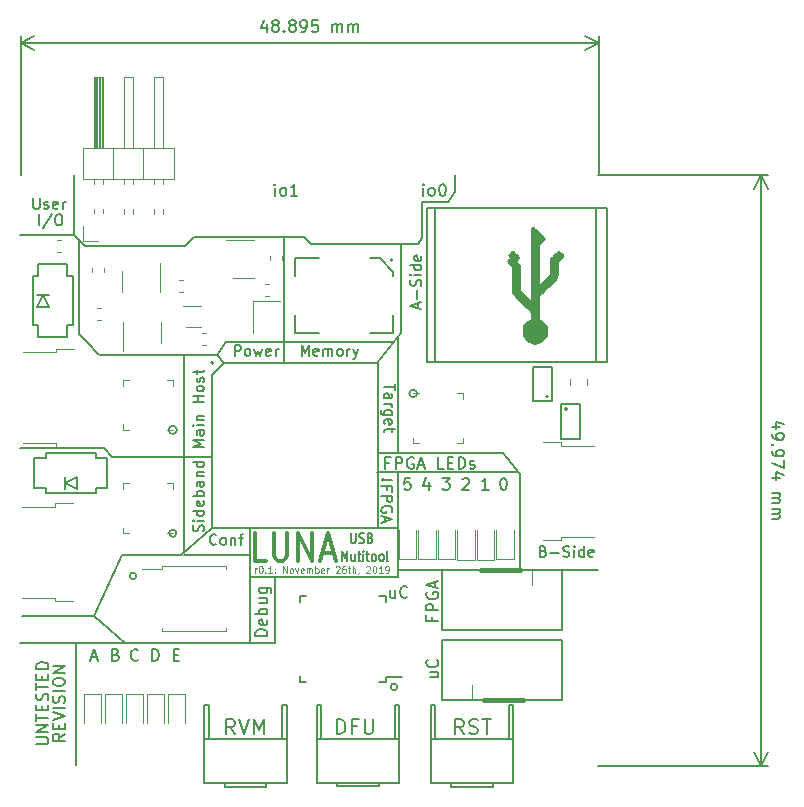
<source format=gto>
G04 #@! TF.GenerationSoftware,KiCad,Pcbnew,(5.1.2-1)-1*
G04 #@! TF.CreationDate,2019-12-03T13:00:22-07:00*
G04 #@! TF.ProjectId,luna_rev0,6c756e61-5f72-4657-9630-2e6b69636164,rev?*
G04 #@! TF.SameCoordinates,Original*
G04 #@! TF.FileFunction,Legend,Top*
G04 #@! TF.FilePolarity,Positive*
%FSLAX46Y46*%
G04 Gerber Fmt 4.6, Leading zero omitted, Abs format (unit mm)*
G04 Created by KiCad (PCBNEW (5.1.2-1)-1) date 2019-12-03 13:00:22*
%MOMM*%
%LPD*%
G04 APERTURE LIST*
%ADD10C,0.381000*%
%ADD11C,0.203200*%
%ADD12C,0.150000*%
%ADD13C,0.125000*%
%ADD14C,0.300000*%
%ADD15C,0.175000*%
%ADD16C,0.200000*%
%ADD17C,0.010000*%
%ADD18C,0.120000*%
G04 APERTURE END LIST*
D10*
X131318000Y-110490000D02*
X134620000Y-110490000D01*
X131064000Y-99441000D02*
X134366000Y-99441000D01*
D11*
X123981981Y-109347000D02*
G75*
G03X123981981Y-109347000I-283981J0D01*
G01*
X125657711Y-84504000D02*
G75*
G03X125657711Y-84504000I-323211J0D01*
G01*
X105330407Y-87581000D02*
G75*
G03X105330407Y-87581000I-350407J0D01*
G01*
X105286936Y-96344000D02*
G75*
G03X105286936Y-96344000I-306936J0D01*
G01*
X101883981Y-99949000D02*
G75*
G03X101883981Y-99949000I-283981J0D01*
G01*
X98298000Y-103378000D02*
X100965000Y-105664000D01*
X96774000Y-105664000D02*
X96774000Y-115951000D01*
D12*
X95829380Y-113315428D02*
X95353190Y-113648761D01*
X95829380Y-113886857D02*
X94829380Y-113886857D01*
X94829380Y-113505904D01*
X94877000Y-113410666D01*
X94924619Y-113363047D01*
X95019857Y-113315428D01*
X95162714Y-113315428D01*
X95257952Y-113363047D01*
X95305571Y-113410666D01*
X95353190Y-113505904D01*
X95353190Y-113886857D01*
X95305571Y-112886857D02*
X95305571Y-112553523D01*
X95829380Y-112410666D02*
X95829380Y-112886857D01*
X94829380Y-112886857D01*
X94829380Y-112410666D01*
X94829380Y-112124952D02*
X95829380Y-111791619D01*
X94829380Y-111458285D01*
X95829380Y-111124952D02*
X94829380Y-111124952D01*
X95781761Y-110696380D02*
X95829380Y-110553523D01*
X95829380Y-110315428D01*
X95781761Y-110220190D01*
X95734142Y-110172571D01*
X95638904Y-110124952D01*
X95543666Y-110124952D01*
X95448428Y-110172571D01*
X95400809Y-110220190D01*
X95353190Y-110315428D01*
X95305571Y-110505904D01*
X95257952Y-110601142D01*
X95210333Y-110648761D01*
X95115095Y-110696380D01*
X95019857Y-110696380D01*
X94924619Y-110648761D01*
X94877000Y-110601142D01*
X94829380Y-110505904D01*
X94829380Y-110267809D01*
X94877000Y-110124952D01*
X95829380Y-109696380D02*
X94829380Y-109696380D01*
X94829380Y-109029714D02*
X94829380Y-108839238D01*
X94877000Y-108744000D01*
X94972238Y-108648761D01*
X95162714Y-108601142D01*
X95496047Y-108601142D01*
X95686523Y-108648761D01*
X95781761Y-108744000D01*
X95829380Y-108839238D01*
X95829380Y-109029714D01*
X95781761Y-109124952D01*
X95686523Y-109220190D01*
X95496047Y-109267809D01*
X95162714Y-109267809D01*
X94972238Y-109220190D01*
X94877000Y-109124952D01*
X94829380Y-109029714D01*
X95829380Y-108172571D02*
X94829380Y-108172571D01*
X95829380Y-107601142D01*
X94829380Y-107601142D01*
X93432380Y-114196380D02*
X94241904Y-114196380D01*
X94337142Y-114148761D01*
X94384761Y-114101142D01*
X94432380Y-114005904D01*
X94432380Y-113815428D01*
X94384761Y-113720190D01*
X94337142Y-113672571D01*
X94241904Y-113624952D01*
X93432380Y-113624952D01*
X94432380Y-113148761D02*
X93432380Y-113148761D01*
X94432380Y-112577333D01*
X93432380Y-112577333D01*
X93432380Y-112244000D02*
X93432380Y-111672571D01*
X94432380Y-111958285D02*
X93432380Y-111958285D01*
X93908571Y-111339238D02*
X93908571Y-111005904D01*
X94432380Y-110863047D02*
X94432380Y-111339238D01*
X93432380Y-111339238D01*
X93432380Y-110863047D01*
X94384761Y-110482095D02*
X94432380Y-110339238D01*
X94432380Y-110101142D01*
X94384761Y-110005904D01*
X94337142Y-109958285D01*
X94241904Y-109910666D01*
X94146666Y-109910666D01*
X94051428Y-109958285D01*
X94003809Y-110005904D01*
X93956190Y-110101142D01*
X93908571Y-110291619D01*
X93860952Y-110386857D01*
X93813333Y-110434476D01*
X93718095Y-110482095D01*
X93622857Y-110482095D01*
X93527619Y-110434476D01*
X93480000Y-110386857D01*
X93432380Y-110291619D01*
X93432380Y-110053523D01*
X93480000Y-109910666D01*
X93432380Y-109624952D02*
X93432380Y-109053523D01*
X94432380Y-109339238D02*
X93432380Y-109339238D01*
X93908571Y-108720190D02*
X93908571Y-108386857D01*
X94432380Y-108244000D02*
X94432380Y-108720190D01*
X93432380Y-108720190D01*
X93432380Y-108244000D01*
X94432380Y-107815428D02*
X93432380Y-107815428D01*
X93432380Y-107577333D01*
X93480000Y-107434476D01*
X93575238Y-107339238D01*
X93670476Y-107291619D01*
X93860952Y-107244000D01*
X94003809Y-107244000D01*
X94194285Y-107291619D01*
X94289523Y-107339238D01*
X94384761Y-107434476D01*
X94432380Y-107577333D01*
X94432380Y-107815428D01*
D11*
X96647000Y-71120000D02*
X96647000Y-66040000D01*
D12*
X108668457Y-97227571D02*
X108624914Y-97271114D01*
X108494285Y-97314657D01*
X108407200Y-97314657D01*
X108276571Y-97271114D01*
X108189485Y-97184028D01*
X108145942Y-97096942D01*
X108102400Y-96922771D01*
X108102400Y-96792142D01*
X108145942Y-96617971D01*
X108189485Y-96530885D01*
X108276571Y-96443800D01*
X108407200Y-96400257D01*
X108494285Y-96400257D01*
X108624914Y-96443800D01*
X108668457Y-96487342D01*
X109190971Y-97314657D02*
X109103885Y-97271114D01*
X109060342Y-97227571D01*
X109016800Y-97140485D01*
X109016800Y-96879228D01*
X109060342Y-96792142D01*
X109103885Y-96748600D01*
X109190971Y-96705057D01*
X109321600Y-96705057D01*
X109408685Y-96748600D01*
X109452228Y-96792142D01*
X109495771Y-96879228D01*
X109495771Y-97140485D01*
X109452228Y-97227571D01*
X109408685Y-97271114D01*
X109321600Y-97314657D01*
X109190971Y-97314657D01*
X109887657Y-96705057D02*
X109887657Y-97314657D01*
X109887657Y-96792142D02*
X109931200Y-96748600D01*
X110018285Y-96705057D01*
X110148914Y-96705057D01*
X110236000Y-96748600D01*
X110279542Y-96835685D01*
X110279542Y-97314657D01*
X110584342Y-96705057D02*
X110932685Y-96705057D01*
X110714971Y-97314657D02*
X110714971Y-96530885D01*
X110758514Y-96443800D01*
X110845600Y-96400257D01*
X110932685Y-96400257D01*
D11*
X105918000Y-98171000D02*
X111506000Y-98171000D01*
D12*
X129606523Y-113350523D02*
X129183190Y-112745761D01*
X128880809Y-113350523D02*
X128880809Y-112080523D01*
X129364619Y-112080523D01*
X129485571Y-112141000D01*
X129546047Y-112201476D01*
X129606523Y-112322428D01*
X129606523Y-112503857D01*
X129546047Y-112624809D01*
X129485571Y-112685285D01*
X129364619Y-112745761D01*
X128880809Y-112745761D01*
X130090333Y-113290047D02*
X130271761Y-113350523D01*
X130574142Y-113350523D01*
X130695095Y-113290047D01*
X130755571Y-113229571D01*
X130816047Y-113108619D01*
X130816047Y-112987666D01*
X130755571Y-112866714D01*
X130695095Y-112806238D01*
X130574142Y-112745761D01*
X130332238Y-112685285D01*
X130211285Y-112624809D01*
X130150809Y-112564333D01*
X130090333Y-112443380D01*
X130090333Y-112322428D01*
X130150809Y-112201476D01*
X130211285Y-112141000D01*
X130332238Y-112080523D01*
X130634619Y-112080523D01*
X130816047Y-112141000D01*
X131178904Y-112080523D02*
X131904619Y-112080523D01*
X131541761Y-113350523D02*
X131541761Y-112080523D01*
X118853857Y-113350523D02*
X118853857Y-112080523D01*
X119156238Y-112080523D01*
X119337666Y-112141000D01*
X119458619Y-112261952D01*
X119519095Y-112382904D01*
X119579571Y-112624809D01*
X119579571Y-112806238D01*
X119519095Y-113048142D01*
X119458619Y-113169095D01*
X119337666Y-113290047D01*
X119156238Y-113350523D01*
X118853857Y-113350523D01*
X120547190Y-112685285D02*
X120123857Y-112685285D01*
X120123857Y-113350523D02*
X120123857Y-112080523D01*
X120728619Y-112080523D01*
X121212428Y-112080523D02*
X121212428Y-113108619D01*
X121272904Y-113229571D01*
X121333380Y-113290047D01*
X121454333Y-113350523D01*
X121696238Y-113350523D01*
X121817190Y-113290047D01*
X121877666Y-113229571D01*
X121938142Y-113108619D01*
X121938142Y-112080523D01*
X110248095Y-113350523D02*
X109824761Y-112745761D01*
X109522380Y-113350523D02*
X109522380Y-112080523D01*
X110006190Y-112080523D01*
X110127142Y-112141000D01*
X110187619Y-112201476D01*
X110248095Y-112322428D01*
X110248095Y-112503857D01*
X110187619Y-112624809D01*
X110127142Y-112685285D01*
X110006190Y-112745761D01*
X109522380Y-112745761D01*
X110610952Y-112080523D02*
X111034285Y-113350523D01*
X111457619Y-112080523D01*
X111880952Y-113350523D02*
X111880952Y-112080523D01*
X112304285Y-112987666D01*
X112727619Y-112080523D01*
X112727619Y-113350523D01*
D11*
X113665000Y-105664000D02*
X113665000Y-100076000D01*
X111506000Y-105664000D02*
X113665000Y-105664000D01*
X124079000Y-91186000D02*
X124079000Y-91440000D01*
X122301000Y-91186000D02*
X134239000Y-91186000D01*
X122682000Y-91821000D02*
X122809000Y-91948000D01*
X122682000Y-91821000D02*
X122809000Y-91694000D01*
X123571000Y-91821000D02*
X122682000Y-91821000D01*
X124079000Y-95885000D02*
X122316000Y-95900000D01*
X124079000Y-100076000D02*
X124079000Y-99314000D01*
X123825000Y-100076000D02*
X124079000Y-100076000D01*
X127762000Y-99441000D02*
X124079000Y-99441000D01*
X124079000Y-91440000D02*
X124079000Y-99441000D01*
X124079000Y-89535000D02*
X124079000Y-79756000D01*
X109474000Y-80137000D02*
X123698000Y-80137000D01*
X109474000Y-80137000D02*
X108712000Y-81280000D01*
X105918000Y-89916000D02*
X105918000Y-98044000D01*
X105918000Y-89916000D02*
X105918000Y-81280000D01*
X137922000Y-99441000D02*
X140970000Y-99441000D01*
X96774000Y-105664000D02*
X92075000Y-105664000D01*
X111506000Y-105664000D02*
X106426000Y-105664000D01*
X111506000Y-100076000D02*
X111506000Y-105664000D01*
D12*
X125755400Y-77299457D02*
X125755400Y-76864028D01*
X126016657Y-77386542D02*
X125102257Y-77081742D01*
X126016657Y-76776942D01*
X125668314Y-76472142D02*
X125668314Y-75775457D01*
X125973114Y-75383571D02*
X126016657Y-75252942D01*
X126016657Y-75035228D01*
X125973114Y-74948142D01*
X125929571Y-74904600D01*
X125842485Y-74861057D01*
X125755400Y-74861057D01*
X125668314Y-74904600D01*
X125624771Y-74948142D01*
X125581228Y-75035228D01*
X125537685Y-75209400D01*
X125494142Y-75296485D01*
X125450600Y-75340028D01*
X125363514Y-75383571D01*
X125276428Y-75383571D01*
X125189342Y-75340028D01*
X125145800Y-75296485D01*
X125102257Y-75209400D01*
X125102257Y-74991685D01*
X125145800Y-74861057D01*
X126016657Y-74469171D02*
X125407057Y-74469171D01*
X125102257Y-74469171D02*
X125145800Y-74512714D01*
X125189342Y-74469171D01*
X125145800Y-74425628D01*
X125102257Y-74469171D01*
X125189342Y-74469171D01*
X126016657Y-73641857D02*
X125102257Y-73641857D01*
X125973114Y-73641857D02*
X126016657Y-73728942D01*
X126016657Y-73903114D01*
X125973114Y-73990200D01*
X125929571Y-74033742D01*
X125842485Y-74077285D01*
X125581228Y-74077285D01*
X125494142Y-74033742D01*
X125450600Y-73990200D01*
X125407057Y-73903114D01*
X125407057Y-73728942D01*
X125450600Y-73641857D01*
X125973114Y-72858085D02*
X126016657Y-72945171D01*
X126016657Y-73119342D01*
X125973114Y-73206428D01*
X125886028Y-73249971D01*
X125537685Y-73249971D01*
X125450600Y-73206428D01*
X125407057Y-73119342D01*
X125407057Y-72945171D01*
X125450600Y-72858085D01*
X125537685Y-72814542D01*
X125624771Y-72814542D01*
X125711857Y-73249971D01*
D11*
X123825000Y-100076000D02*
X123444000Y-100076000D01*
X134366000Y-98933000D02*
X134366000Y-99441000D01*
X111506000Y-100076000D02*
X111506000Y-95885000D01*
X111506000Y-100076000D02*
X123571000Y-100076000D01*
X132969000Y-89535000D02*
X134366000Y-91313000D01*
X122428000Y-89535000D02*
X132969000Y-89535000D01*
D12*
X93181714Y-67952257D02*
X93181714Y-68692485D01*
X93225257Y-68779571D01*
X93268800Y-68823114D01*
X93355885Y-68866657D01*
X93530057Y-68866657D01*
X93617142Y-68823114D01*
X93660685Y-68779571D01*
X93704228Y-68692485D01*
X93704228Y-67952257D01*
X94096114Y-68823114D02*
X94183200Y-68866657D01*
X94357371Y-68866657D01*
X94444457Y-68823114D01*
X94488000Y-68736028D01*
X94488000Y-68692485D01*
X94444457Y-68605400D01*
X94357371Y-68561857D01*
X94226742Y-68561857D01*
X94139657Y-68518314D01*
X94096114Y-68431228D01*
X94096114Y-68387685D01*
X94139657Y-68300600D01*
X94226742Y-68257057D01*
X94357371Y-68257057D01*
X94444457Y-68300600D01*
X95228228Y-68823114D02*
X95141142Y-68866657D01*
X94966971Y-68866657D01*
X94879885Y-68823114D01*
X94836342Y-68736028D01*
X94836342Y-68387685D01*
X94879885Y-68300600D01*
X94966971Y-68257057D01*
X95141142Y-68257057D01*
X95228228Y-68300600D01*
X95271771Y-68387685D01*
X95271771Y-68474771D01*
X94836342Y-68561857D01*
X95663657Y-68866657D02*
X95663657Y-68257057D01*
X95663657Y-68431228D02*
X95707200Y-68344142D01*
X95750742Y-68300600D01*
X95837828Y-68257057D01*
X95924914Y-68257057D01*
D11*
X128905000Y-67437000D02*
X128905000Y-66040000D01*
X128270000Y-68326000D02*
X128905000Y-67437000D01*
X126111000Y-68326000D02*
X128270000Y-68326000D01*
X126111000Y-68453000D02*
X126111000Y-68326000D01*
X126111000Y-71374000D02*
X126111000Y-68453000D01*
X125730000Y-71882000D02*
X126111000Y-71374000D01*
X124333000Y-71882000D02*
X125730000Y-71882000D01*
X124333000Y-71882000D02*
X124333000Y-79375000D01*
X116713000Y-71882000D02*
X124333000Y-71882000D01*
X116078000Y-71247000D02*
X116713000Y-71882000D01*
X114427000Y-71247000D02*
X116078000Y-71247000D01*
X97028000Y-77343000D02*
X97028000Y-71501000D01*
X96647000Y-71120000D02*
X92075000Y-71120000D01*
X97536000Y-72009000D02*
X96647000Y-71120000D01*
X106045000Y-72009000D02*
X97536000Y-72009000D01*
X106807000Y-71247000D02*
X106045000Y-72009000D01*
X114427000Y-71247000D02*
X106807000Y-71247000D01*
X114427000Y-71247000D02*
X114427000Y-81915000D01*
X122301000Y-81915000D02*
X124333000Y-79375000D01*
X99187000Y-89154000D02*
X99822000Y-89916000D01*
X102616000Y-89916000D02*
X99822000Y-89916000D01*
X102616000Y-89916000D02*
X108331000Y-89916000D01*
X105664000Y-98171000D02*
X108331000Y-95885000D01*
X100711000Y-98171000D02*
X105664000Y-98171000D01*
X98298000Y-103378000D02*
X100711000Y-98171000D01*
X108712000Y-81280000D02*
X109316000Y-81900000D01*
X107442000Y-81280000D02*
X108712000Y-81280000D01*
X92202000Y-103378000D02*
X98298000Y-103378000D01*
X99187000Y-89154000D02*
X92075000Y-89154000D01*
X97028000Y-79502000D02*
X97028000Y-77343000D01*
X97790000Y-80264000D02*
X97028000Y-79502000D01*
X105156000Y-81280000D02*
X107569000Y-81280000D01*
X101854000Y-81280000D02*
X105156000Y-81280000D01*
X98806000Y-81280000D02*
X101854000Y-81280000D01*
X98679000Y-81153000D02*
X98806000Y-81280000D01*
X97790000Y-80264000D02*
X98679000Y-81153000D01*
D12*
X115885685Y-81312657D02*
X115885685Y-80398257D01*
X116190485Y-81051400D01*
X116495285Y-80398257D01*
X116495285Y-81312657D01*
X117279057Y-81269114D02*
X117191971Y-81312657D01*
X117017800Y-81312657D01*
X116930714Y-81269114D01*
X116887171Y-81182028D01*
X116887171Y-80833685D01*
X116930714Y-80746600D01*
X117017800Y-80703057D01*
X117191971Y-80703057D01*
X117279057Y-80746600D01*
X117322600Y-80833685D01*
X117322600Y-80920771D01*
X116887171Y-81007857D01*
X117714485Y-81312657D02*
X117714485Y-80703057D01*
X117714485Y-80790142D02*
X117758028Y-80746600D01*
X117845114Y-80703057D01*
X117975742Y-80703057D01*
X118062828Y-80746600D01*
X118106371Y-80833685D01*
X118106371Y-81312657D01*
X118106371Y-80833685D02*
X118149914Y-80746600D01*
X118237000Y-80703057D01*
X118367628Y-80703057D01*
X118454714Y-80746600D01*
X118498257Y-80833685D01*
X118498257Y-81312657D01*
X119064314Y-81312657D02*
X118977228Y-81269114D01*
X118933685Y-81225571D01*
X118890142Y-81138485D01*
X118890142Y-80877228D01*
X118933685Y-80790142D01*
X118977228Y-80746600D01*
X119064314Y-80703057D01*
X119194942Y-80703057D01*
X119282028Y-80746600D01*
X119325571Y-80790142D01*
X119369114Y-80877228D01*
X119369114Y-81138485D01*
X119325571Y-81225571D01*
X119282028Y-81269114D01*
X119194942Y-81312657D01*
X119064314Y-81312657D01*
X119761000Y-81312657D02*
X119761000Y-80703057D01*
X119761000Y-80877228D02*
X119804542Y-80790142D01*
X119848085Y-80746600D01*
X119935171Y-80703057D01*
X120022257Y-80703057D01*
X120239971Y-80703057D02*
X120457685Y-81312657D01*
X120675400Y-80703057D02*
X120457685Y-81312657D01*
X120370600Y-81530371D01*
X120327057Y-81573914D01*
X120239971Y-81617457D01*
D13*
X111947476Y-99712428D02*
X111947476Y-99312428D01*
X111947476Y-99426714D02*
X111974085Y-99369571D01*
X112000695Y-99341000D01*
X112053914Y-99312428D01*
X112107133Y-99312428D01*
X112399838Y-99112428D02*
X112453057Y-99112428D01*
X112506276Y-99141000D01*
X112532885Y-99169571D01*
X112559495Y-99226714D01*
X112586104Y-99341000D01*
X112586104Y-99483857D01*
X112559495Y-99598142D01*
X112532885Y-99655285D01*
X112506276Y-99683857D01*
X112453057Y-99712428D01*
X112399838Y-99712428D01*
X112346619Y-99683857D01*
X112320009Y-99655285D01*
X112293400Y-99598142D01*
X112266790Y-99483857D01*
X112266790Y-99341000D01*
X112293400Y-99226714D01*
X112320009Y-99169571D01*
X112346619Y-99141000D01*
X112399838Y-99112428D01*
X112825590Y-99655285D02*
X112852200Y-99683857D01*
X112825590Y-99712428D01*
X112798980Y-99683857D01*
X112825590Y-99655285D01*
X112825590Y-99712428D01*
X113384390Y-99712428D02*
X113065076Y-99712428D01*
X113224733Y-99712428D02*
X113224733Y-99112428D01*
X113171514Y-99198142D01*
X113118295Y-99255285D01*
X113065076Y-99283857D01*
X113623876Y-99655285D02*
X113650485Y-99683857D01*
X113623876Y-99712428D01*
X113597266Y-99683857D01*
X113623876Y-99655285D01*
X113623876Y-99712428D01*
X113623876Y-99341000D02*
X113650485Y-99369571D01*
X113623876Y-99398142D01*
X113597266Y-99369571D01*
X113623876Y-99341000D01*
X113623876Y-99398142D01*
X114315723Y-99712428D02*
X114315723Y-99112428D01*
X114635038Y-99712428D01*
X114635038Y-99112428D01*
X114980961Y-99712428D02*
X114927742Y-99683857D01*
X114901133Y-99655285D01*
X114874523Y-99598142D01*
X114874523Y-99426714D01*
X114901133Y-99369571D01*
X114927742Y-99341000D01*
X114980961Y-99312428D01*
X115060790Y-99312428D01*
X115114009Y-99341000D01*
X115140619Y-99369571D01*
X115167228Y-99426714D01*
X115167228Y-99598142D01*
X115140619Y-99655285D01*
X115114009Y-99683857D01*
X115060790Y-99712428D01*
X114980961Y-99712428D01*
X115353495Y-99312428D02*
X115486542Y-99712428D01*
X115619590Y-99312428D01*
X116045342Y-99683857D02*
X115992123Y-99712428D01*
X115885685Y-99712428D01*
X115832466Y-99683857D01*
X115805857Y-99626714D01*
X115805857Y-99398142D01*
X115832466Y-99341000D01*
X115885685Y-99312428D01*
X115992123Y-99312428D01*
X116045342Y-99341000D01*
X116071952Y-99398142D01*
X116071952Y-99455285D01*
X115805857Y-99512428D01*
X116311438Y-99712428D02*
X116311438Y-99312428D01*
X116311438Y-99369571D02*
X116338047Y-99341000D01*
X116391266Y-99312428D01*
X116471095Y-99312428D01*
X116524314Y-99341000D01*
X116550923Y-99398142D01*
X116550923Y-99712428D01*
X116550923Y-99398142D02*
X116577533Y-99341000D01*
X116630752Y-99312428D01*
X116710580Y-99312428D01*
X116763800Y-99341000D01*
X116790409Y-99398142D01*
X116790409Y-99712428D01*
X117056504Y-99712428D02*
X117056504Y-99112428D01*
X117056504Y-99341000D02*
X117109723Y-99312428D01*
X117216161Y-99312428D01*
X117269380Y-99341000D01*
X117295990Y-99369571D01*
X117322600Y-99426714D01*
X117322600Y-99598142D01*
X117295990Y-99655285D01*
X117269380Y-99683857D01*
X117216161Y-99712428D01*
X117109723Y-99712428D01*
X117056504Y-99683857D01*
X117774961Y-99683857D02*
X117721742Y-99712428D01*
X117615304Y-99712428D01*
X117562085Y-99683857D01*
X117535476Y-99626714D01*
X117535476Y-99398142D01*
X117562085Y-99341000D01*
X117615304Y-99312428D01*
X117721742Y-99312428D01*
X117774961Y-99341000D01*
X117801571Y-99398142D01*
X117801571Y-99455285D01*
X117535476Y-99512428D01*
X118041057Y-99712428D02*
X118041057Y-99312428D01*
X118041057Y-99426714D02*
X118067666Y-99369571D01*
X118094276Y-99341000D01*
X118147495Y-99312428D01*
X118200714Y-99312428D01*
X118786123Y-99169571D02*
X118812733Y-99141000D01*
X118865952Y-99112428D01*
X118999000Y-99112428D01*
X119052219Y-99141000D01*
X119078828Y-99169571D01*
X119105438Y-99226714D01*
X119105438Y-99283857D01*
X119078828Y-99369571D01*
X118759514Y-99712428D01*
X119105438Y-99712428D01*
X119584409Y-99112428D02*
X119477971Y-99112428D01*
X119424752Y-99141000D01*
X119398142Y-99169571D01*
X119344923Y-99255285D01*
X119318314Y-99369571D01*
X119318314Y-99598142D01*
X119344923Y-99655285D01*
X119371533Y-99683857D01*
X119424752Y-99712428D01*
X119531190Y-99712428D01*
X119584409Y-99683857D01*
X119611019Y-99655285D01*
X119637628Y-99598142D01*
X119637628Y-99455285D01*
X119611019Y-99398142D01*
X119584409Y-99369571D01*
X119531190Y-99341000D01*
X119424752Y-99341000D01*
X119371533Y-99369571D01*
X119344923Y-99398142D01*
X119318314Y-99455285D01*
X119797285Y-99312428D02*
X120010161Y-99312428D01*
X119877114Y-99112428D02*
X119877114Y-99626714D01*
X119903723Y-99683857D01*
X119956942Y-99712428D01*
X120010161Y-99712428D01*
X120196428Y-99712428D02*
X120196428Y-99112428D01*
X120435914Y-99712428D02*
X120435914Y-99398142D01*
X120409304Y-99341000D01*
X120356085Y-99312428D01*
X120276257Y-99312428D01*
X120223038Y-99341000D01*
X120196428Y-99369571D01*
X120728619Y-99683857D02*
X120728619Y-99712428D01*
X120702009Y-99769571D01*
X120675400Y-99798142D01*
X121367247Y-99169571D02*
X121393857Y-99141000D01*
X121447076Y-99112428D01*
X121580123Y-99112428D01*
X121633342Y-99141000D01*
X121659952Y-99169571D01*
X121686561Y-99226714D01*
X121686561Y-99283857D01*
X121659952Y-99369571D01*
X121340638Y-99712428D01*
X121686561Y-99712428D01*
X122032485Y-99112428D02*
X122085704Y-99112428D01*
X122138923Y-99141000D01*
X122165533Y-99169571D01*
X122192142Y-99226714D01*
X122218752Y-99341000D01*
X122218752Y-99483857D01*
X122192142Y-99598142D01*
X122165533Y-99655285D01*
X122138923Y-99683857D01*
X122085704Y-99712428D01*
X122032485Y-99712428D01*
X121979266Y-99683857D01*
X121952657Y-99655285D01*
X121926047Y-99598142D01*
X121899438Y-99483857D01*
X121899438Y-99341000D01*
X121926047Y-99226714D01*
X121952657Y-99169571D01*
X121979266Y-99141000D01*
X122032485Y-99112428D01*
X122750942Y-99712428D02*
X122431628Y-99712428D01*
X122591285Y-99712428D02*
X122591285Y-99112428D01*
X122538066Y-99198142D01*
X122484847Y-99255285D01*
X122431628Y-99283857D01*
X123017038Y-99712428D02*
X123123476Y-99712428D01*
X123176695Y-99683857D01*
X123203304Y-99655285D01*
X123256523Y-99569571D01*
X123283133Y-99455285D01*
X123283133Y-99226714D01*
X123256523Y-99169571D01*
X123229914Y-99141000D01*
X123176695Y-99112428D01*
X123070257Y-99112428D01*
X123017038Y-99141000D01*
X122990428Y-99169571D01*
X122963819Y-99226714D01*
X122963819Y-99369571D01*
X122990428Y-99426714D01*
X123017038Y-99455285D01*
X123070257Y-99483857D01*
X123176695Y-99483857D01*
X123229914Y-99455285D01*
X123256523Y-99426714D01*
X123283133Y-99369571D01*
D12*
X123793285Y-101131714D02*
X123793285Y-101798380D01*
X123364714Y-101131714D02*
X123364714Y-101655523D01*
X123412333Y-101750761D01*
X123507571Y-101798380D01*
X123650428Y-101798380D01*
X123745666Y-101750761D01*
X123793285Y-101703142D01*
X124840904Y-101703142D02*
X124793285Y-101750761D01*
X124650428Y-101798380D01*
X124555190Y-101798380D01*
X124412333Y-101750761D01*
X124317095Y-101655523D01*
X124269476Y-101560285D01*
X124221857Y-101369809D01*
X124221857Y-101226952D01*
X124269476Y-101036476D01*
X124317095Y-100941238D01*
X124412333Y-100846000D01*
X124555190Y-100798380D01*
X124650428Y-100798380D01*
X124793285Y-100846000D01*
X124840904Y-100893619D01*
D14*
X112855666Y-98662595D02*
X111903285Y-98662595D01*
X111903285Y-96312595D01*
X113522333Y-96312595D02*
X113522333Y-98214976D01*
X113617571Y-98438785D01*
X113712809Y-98550690D01*
X113903285Y-98662595D01*
X114284238Y-98662595D01*
X114474714Y-98550690D01*
X114569952Y-98438785D01*
X114665190Y-98214976D01*
X114665190Y-96312595D01*
X115617571Y-98662595D02*
X115617571Y-96312595D01*
X116760428Y-98662595D01*
X116760428Y-96312595D01*
X117617571Y-97991166D02*
X118569952Y-97991166D01*
X117427095Y-98662595D02*
X118093761Y-96312595D01*
X118760428Y-98662595D01*
D15*
X120071500Y-96280642D02*
X120071500Y-97009214D01*
X120104833Y-97094928D01*
X120138166Y-97137785D01*
X120204833Y-97180642D01*
X120338166Y-97180642D01*
X120404833Y-97137785D01*
X120438166Y-97094928D01*
X120471500Y-97009214D01*
X120471500Y-96280642D01*
X120771500Y-97137785D02*
X120871500Y-97180642D01*
X121038166Y-97180642D01*
X121104833Y-97137785D01*
X121138166Y-97094928D01*
X121171500Y-97009214D01*
X121171500Y-96923500D01*
X121138166Y-96837785D01*
X121104833Y-96794928D01*
X121038166Y-96752071D01*
X120904833Y-96709214D01*
X120838166Y-96666357D01*
X120804833Y-96623500D01*
X120771500Y-96537785D01*
X120771500Y-96452071D01*
X120804833Y-96366357D01*
X120838166Y-96323500D01*
X120904833Y-96280642D01*
X121071500Y-96280642D01*
X121171500Y-96323500D01*
X121704833Y-96709214D02*
X121804833Y-96752071D01*
X121838166Y-96794928D01*
X121871500Y-96880642D01*
X121871500Y-97009214D01*
X121838166Y-97094928D01*
X121804833Y-97137785D01*
X121738166Y-97180642D01*
X121471500Y-97180642D01*
X121471500Y-96280642D01*
X121704833Y-96280642D01*
X121771500Y-96323500D01*
X121804833Y-96366357D01*
X121838166Y-96452071D01*
X121838166Y-96537785D01*
X121804833Y-96623500D01*
X121771500Y-96666357D01*
X121704833Y-96709214D01*
X121471500Y-96709214D01*
X119288166Y-98705642D02*
X119288166Y-97805642D01*
X119521500Y-98448500D01*
X119754833Y-97805642D01*
X119754833Y-98705642D01*
X120388166Y-98105642D02*
X120388166Y-98705642D01*
X120088166Y-98105642D02*
X120088166Y-98577071D01*
X120121500Y-98662785D01*
X120188166Y-98705642D01*
X120288166Y-98705642D01*
X120354833Y-98662785D01*
X120388166Y-98619928D01*
X120621500Y-98105642D02*
X120888166Y-98105642D01*
X120721500Y-97805642D02*
X120721500Y-98577071D01*
X120754833Y-98662785D01*
X120821500Y-98705642D01*
X120888166Y-98705642D01*
X121121500Y-98705642D02*
X121121500Y-98105642D01*
X121121500Y-97805642D02*
X121088166Y-97848500D01*
X121121500Y-97891357D01*
X121154833Y-97848500D01*
X121121500Y-97805642D01*
X121121500Y-97891357D01*
X121354833Y-98105642D02*
X121621500Y-98105642D01*
X121454833Y-97805642D02*
X121454833Y-98577071D01*
X121488166Y-98662785D01*
X121554833Y-98705642D01*
X121621500Y-98705642D01*
X121954833Y-98705642D02*
X121888166Y-98662785D01*
X121854833Y-98619928D01*
X121821500Y-98534214D01*
X121821500Y-98277071D01*
X121854833Y-98191357D01*
X121888166Y-98148500D01*
X121954833Y-98105642D01*
X122054833Y-98105642D01*
X122121500Y-98148500D01*
X122154833Y-98191357D01*
X122188166Y-98277071D01*
X122188166Y-98534214D01*
X122154833Y-98619928D01*
X122121500Y-98662785D01*
X122054833Y-98705642D01*
X121954833Y-98705642D01*
X122588166Y-98705642D02*
X122521500Y-98662785D01*
X122488166Y-98619928D01*
X122454833Y-98534214D01*
X122454833Y-98277071D01*
X122488166Y-98191357D01*
X122521500Y-98148500D01*
X122588166Y-98105642D01*
X122688166Y-98105642D01*
X122754833Y-98148500D01*
X122788166Y-98191357D01*
X122821500Y-98277071D01*
X122821500Y-98534214D01*
X122788166Y-98619928D01*
X122754833Y-98662785D01*
X122688166Y-98705642D01*
X122588166Y-98705642D01*
X123221500Y-98705642D02*
X123154833Y-98662785D01*
X123121500Y-98577071D01*
X123121500Y-97805642D01*
D12*
X126785714Y-108108714D02*
X127452380Y-108108714D01*
X126785714Y-108537285D02*
X127309523Y-108537285D01*
X127404761Y-108489666D01*
X127452380Y-108394428D01*
X127452380Y-108251571D01*
X127404761Y-108156333D01*
X127357142Y-108108714D01*
X127357142Y-107061095D02*
X127404761Y-107108714D01*
X127452380Y-107251571D01*
X127452380Y-107346809D01*
X127404761Y-107489666D01*
X127309523Y-107584904D01*
X127214285Y-107632523D01*
X127023809Y-107680142D01*
X126880952Y-107680142D01*
X126690476Y-107632523D01*
X126595238Y-107584904D01*
X126500000Y-107489666D01*
X126452380Y-107346809D01*
X126452380Y-107251571D01*
X126500000Y-107108714D01*
X126547619Y-107061095D01*
X126928571Y-103393714D02*
X126928571Y-103727047D01*
X127452380Y-103727047D02*
X126452380Y-103727047D01*
X126452380Y-103250857D01*
X127452380Y-102869904D02*
X126452380Y-102869904D01*
X126452380Y-102488952D01*
X126500000Y-102393714D01*
X126547619Y-102346095D01*
X126642857Y-102298476D01*
X126785714Y-102298476D01*
X126880952Y-102346095D01*
X126928571Y-102393714D01*
X126976190Y-102488952D01*
X126976190Y-102869904D01*
X126500000Y-101346095D02*
X126452380Y-101441333D01*
X126452380Y-101584190D01*
X126500000Y-101727047D01*
X126595238Y-101822285D01*
X126690476Y-101869904D01*
X126880952Y-101917523D01*
X127023809Y-101917523D01*
X127214285Y-101869904D01*
X127309523Y-101822285D01*
X127404761Y-101727047D01*
X127452380Y-101584190D01*
X127452380Y-101488952D01*
X127404761Y-101346095D01*
X127357142Y-101298476D01*
X127023809Y-101298476D01*
X127023809Y-101488952D01*
X127166666Y-100917523D02*
X127166666Y-100441333D01*
X127452380Y-101012761D02*
X126452380Y-100679428D01*
X127452380Y-100346095D01*
X126198428Y-67762380D02*
X126198428Y-67095714D01*
X126198428Y-66762380D02*
X126150809Y-66810000D01*
X126198428Y-66857619D01*
X126246047Y-66810000D01*
X126198428Y-66762380D01*
X126198428Y-66857619D01*
X126817476Y-67762380D02*
X126722238Y-67714761D01*
X126674619Y-67667142D01*
X126627000Y-67571904D01*
X126627000Y-67286190D01*
X126674619Y-67190952D01*
X126722238Y-67143333D01*
X126817476Y-67095714D01*
X126960333Y-67095714D01*
X127055571Y-67143333D01*
X127103190Y-67190952D01*
X127150809Y-67286190D01*
X127150809Y-67571904D01*
X127103190Y-67667142D01*
X127055571Y-67714761D01*
X126960333Y-67762380D01*
X126817476Y-67762380D01*
X127769857Y-66762380D02*
X127865095Y-66762380D01*
X127960333Y-66810000D01*
X128007952Y-66857619D01*
X128055571Y-66952857D01*
X128103190Y-67143333D01*
X128103190Y-67381428D01*
X128055571Y-67571904D01*
X128007952Y-67667142D01*
X127960333Y-67714761D01*
X127865095Y-67762380D01*
X127769857Y-67762380D01*
X127674619Y-67714761D01*
X127627000Y-67667142D01*
X127579380Y-67571904D01*
X127531761Y-67381428D01*
X127531761Y-67143333D01*
X127579380Y-66952857D01*
X127627000Y-66857619D01*
X127674619Y-66810000D01*
X127769857Y-66762380D01*
X113625428Y-67762380D02*
X113625428Y-67095714D01*
X113625428Y-66762380D02*
X113577809Y-66810000D01*
X113625428Y-66857619D01*
X113673047Y-66810000D01*
X113625428Y-66762380D01*
X113625428Y-66857619D01*
X114244476Y-67762380D02*
X114149238Y-67714761D01*
X114101619Y-67667142D01*
X114054000Y-67571904D01*
X114054000Y-67286190D01*
X114101619Y-67190952D01*
X114149238Y-67143333D01*
X114244476Y-67095714D01*
X114387333Y-67095714D01*
X114482571Y-67143333D01*
X114530190Y-67190952D01*
X114577809Y-67286190D01*
X114577809Y-67571904D01*
X114530190Y-67667142D01*
X114482571Y-67714761D01*
X114387333Y-67762380D01*
X114244476Y-67762380D01*
X115530190Y-67762380D02*
X114958761Y-67762380D01*
X115244476Y-67762380D02*
X115244476Y-66762380D01*
X115149238Y-66905238D01*
X115054000Y-67000476D01*
X114958761Y-67048095D01*
X93657057Y-70263657D02*
X93657057Y-69349257D01*
X94745628Y-69305714D02*
X93961857Y-70481371D01*
X95224600Y-69349257D02*
X95398771Y-69349257D01*
X95485857Y-69392800D01*
X95572942Y-69479885D01*
X95616485Y-69654057D01*
X95616485Y-69958857D01*
X95572942Y-70133028D01*
X95485857Y-70220114D01*
X95398771Y-70263657D01*
X95224600Y-70263657D01*
X95137514Y-70220114D01*
X95050428Y-70133028D01*
X95006885Y-69958857D01*
X95006885Y-69654057D01*
X95050428Y-69479885D01*
X95137514Y-69392800D01*
X95224600Y-69349257D01*
X110206971Y-81312657D02*
X110206971Y-80398257D01*
X110555314Y-80398257D01*
X110642400Y-80441800D01*
X110685942Y-80485342D01*
X110729485Y-80572428D01*
X110729485Y-80703057D01*
X110685942Y-80790142D01*
X110642400Y-80833685D01*
X110555314Y-80877228D01*
X110206971Y-80877228D01*
X111252000Y-81312657D02*
X111164914Y-81269114D01*
X111121371Y-81225571D01*
X111077828Y-81138485D01*
X111077828Y-80877228D01*
X111121371Y-80790142D01*
X111164914Y-80746600D01*
X111252000Y-80703057D01*
X111382628Y-80703057D01*
X111469714Y-80746600D01*
X111513257Y-80790142D01*
X111556800Y-80877228D01*
X111556800Y-81138485D01*
X111513257Y-81225571D01*
X111469714Y-81269114D01*
X111382628Y-81312657D01*
X111252000Y-81312657D01*
X111861600Y-80703057D02*
X112035771Y-81312657D01*
X112209942Y-80877228D01*
X112384114Y-81312657D01*
X112558285Y-80703057D01*
X113254971Y-81269114D02*
X113167885Y-81312657D01*
X112993714Y-81312657D01*
X112906628Y-81269114D01*
X112863085Y-81182028D01*
X112863085Y-80833685D01*
X112906628Y-80746600D01*
X112993714Y-80703057D01*
X113167885Y-80703057D01*
X113254971Y-80746600D01*
X113298514Y-80833685D01*
X113298514Y-80920771D01*
X112863085Y-81007857D01*
X113690400Y-81312657D02*
X113690400Y-80703057D01*
X113690400Y-80877228D02*
X113733942Y-80790142D01*
X113777485Y-80746600D01*
X113864571Y-80703057D01*
X113951657Y-80703057D01*
X123128314Y-92677342D02*
X123128314Y-92372542D01*
X122649342Y-92372542D02*
X123563742Y-92372542D01*
X123563742Y-92807971D01*
X122649342Y-93156314D02*
X123563742Y-93156314D01*
X123563742Y-93504657D01*
X123520200Y-93591742D01*
X123476657Y-93635285D01*
X123389571Y-93678828D01*
X123258942Y-93678828D01*
X123171857Y-93635285D01*
X123128314Y-93591742D01*
X123084771Y-93504657D01*
X123084771Y-93156314D01*
X123520200Y-94549685D02*
X123563742Y-94462600D01*
X123563742Y-94331971D01*
X123520200Y-94201342D01*
X123433114Y-94114257D01*
X123346028Y-94070714D01*
X123171857Y-94027171D01*
X123041228Y-94027171D01*
X122867057Y-94070714D01*
X122779971Y-94114257D01*
X122692885Y-94201342D01*
X122649342Y-94331971D01*
X122649342Y-94419057D01*
X122692885Y-94549685D01*
X122736428Y-94593228D01*
X123041228Y-94593228D01*
X123041228Y-94419057D01*
X122910600Y-94941571D02*
X122910600Y-95377000D01*
X122649342Y-94854485D02*
X123563742Y-95159285D01*
X122649342Y-95464085D01*
X123817742Y-83700257D02*
X123817742Y-84222771D01*
X122903342Y-83961514D02*
X123817742Y-83961514D01*
X122903342Y-84919457D02*
X123382314Y-84919457D01*
X123469400Y-84875914D01*
X123512942Y-84788828D01*
X123512942Y-84614657D01*
X123469400Y-84527571D01*
X122946885Y-84919457D02*
X122903342Y-84832371D01*
X122903342Y-84614657D01*
X122946885Y-84527571D01*
X123033971Y-84484028D01*
X123121057Y-84484028D01*
X123208142Y-84527571D01*
X123251685Y-84614657D01*
X123251685Y-84832371D01*
X123295228Y-84919457D01*
X122903342Y-85354885D02*
X123512942Y-85354885D01*
X123338771Y-85354885D02*
X123425857Y-85398428D01*
X123469400Y-85441971D01*
X123512942Y-85529057D01*
X123512942Y-85616142D01*
X123512942Y-86312828D02*
X122772714Y-86312828D01*
X122685628Y-86269285D01*
X122642085Y-86225742D01*
X122598542Y-86138657D01*
X122598542Y-86008028D01*
X122642085Y-85920942D01*
X122946885Y-86312828D02*
X122903342Y-86225742D01*
X122903342Y-86051571D01*
X122946885Y-85964485D01*
X122990428Y-85920942D01*
X123077514Y-85877400D01*
X123338771Y-85877400D01*
X123425857Y-85920942D01*
X123469400Y-85964485D01*
X123512942Y-86051571D01*
X123512942Y-86225742D01*
X123469400Y-86312828D01*
X122946885Y-87096600D02*
X122903342Y-87009514D01*
X122903342Y-86835342D01*
X122946885Y-86748257D01*
X123033971Y-86704714D01*
X123382314Y-86704714D01*
X123469400Y-86748257D01*
X123512942Y-86835342D01*
X123512942Y-87009514D01*
X123469400Y-87096600D01*
X123382314Y-87140142D01*
X123295228Y-87140142D01*
X123208142Y-86704714D01*
X123512942Y-87401400D02*
X123512942Y-87749742D01*
X123817742Y-87532028D02*
X123033971Y-87532028D01*
X122946885Y-87575571D01*
X122903342Y-87662657D01*
X122903342Y-87749742D01*
X136343571Y-97851685D02*
X136474200Y-97895228D01*
X136517742Y-97938771D01*
X136561285Y-98025857D01*
X136561285Y-98156485D01*
X136517742Y-98243571D01*
X136474200Y-98287114D01*
X136387114Y-98330657D01*
X136038771Y-98330657D01*
X136038771Y-97416257D01*
X136343571Y-97416257D01*
X136430657Y-97459800D01*
X136474200Y-97503342D01*
X136517742Y-97590428D01*
X136517742Y-97677514D01*
X136474200Y-97764600D01*
X136430657Y-97808142D01*
X136343571Y-97851685D01*
X136038771Y-97851685D01*
X136953171Y-97982314D02*
X137649857Y-97982314D01*
X138041742Y-98287114D02*
X138172371Y-98330657D01*
X138390085Y-98330657D01*
X138477171Y-98287114D01*
X138520714Y-98243571D01*
X138564257Y-98156485D01*
X138564257Y-98069400D01*
X138520714Y-97982314D01*
X138477171Y-97938771D01*
X138390085Y-97895228D01*
X138215914Y-97851685D01*
X138128828Y-97808142D01*
X138085285Y-97764600D01*
X138041742Y-97677514D01*
X138041742Y-97590428D01*
X138085285Y-97503342D01*
X138128828Y-97459800D01*
X138215914Y-97416257D01*
X138433628Y-97416257D01*
X138564257Y-97459800D01*
X138956142Y-98330657D02*
X138956142Y-97721057D01*
X138956142Y-97416257D02*
X138912600Y-97459800D01*
X138956142Y-97503342D01*
X138999685Y-97459800D01*
X138956142Y-97416257D01*
X138956142Y-97503342D01*
X139783457Y-98330657D02*
X139783457Y-97416257D01*
X139783457Y-98287114D02*
X139696371Y-98330657D01*
X139522200Y-98330657D01*
X139435114Y-98287114D01*
X139391571Y-98243571D01*
X139348028Y-98156485D01*
X139348028Y-97895228D01*
X139391571Y-97808142D01*
X139435114Y-97764600D01*
X139522200Y-97721057D01*
X139696371Y-97721057D01*
X139783457Y-97764600D01*
X140567228Y-98287114D02*
X140480142Y-98330657D01*
X140305971Y-98330657D01*
X140218885Y-98287114D01*
X140175342Y-98200028D01*
X140175342Y-97851685D01*
X140218885Y-97764600D01*
X140305971Y-97721057D01*
X140480142Y-97721057D01*
X140567228Y-97764600D01*
X140610771Y-97851685D01*
X140610771Y-97938771D01*
X140175342Y-98025857D01*
X107601657Y-89074171D02*
X106687257Y-89074171D01*
X107340400Y-88769371D01*
X106687257Y-88464571D01*
X107601657Y-88464571D01*
X107601657Y-87637257D02*
X107122685Y-87637257D01*
X107035600Y-87680800D01*
X106992057Y-87767885D01*
X106992057Y-87942057D01*
X107035600Y-88029142D01*
X107558114Y-87637257D02*
X107601657Y-87724342D01*
X107601657Y-87942057D01*
X107558114Y-88029142D01*
X107471028Y-88072685D01*
X107383942Y-88072685D01*
X107296857Y-88029142D01*
X107253314Y-87942057D01*
X107253314Y-87724342D01*
X107209771Y-87637257D01*
X107601657Y-87201828D02*
X106992057Y-87201828D01*
X106687257Y-87201828D02*
X106730800Y-87245371D01*
X106774342Y-87201828D01*
X106730800Y-87158285D01*
X106687257Y-87201828D01*
X106774342Y-87201828D01*
X106992057Y-86766400D02*
X107601657Y-86766400D01*
X107079142Y-86766400D02*
X107035600Y-86722857D01*
X106992057Y-86635771D01*
X106992057Y-86505142D01*
X107035600Y-86418057D01*
X107122685Y-86374514D01*
X107601657Y-86374514D01*
X107601657Y-85242400D02*
X106687257Y-85242400D01*
X107122685Y-85242400D02*
X107122685Y-84719885D01*
X107601657Y-84719885D02*
X106687257Y-84719885D01*
X107601657Y-84153828D02*
X107558114Y-84240914D01*
X107514571Y-84284457D01*
X107427485Y-84328000D01*
X107166228Y-84328000D01*
X107079142Y-84284457D01*
X107035600Y-84240914D01*
X106992057Y-84153828D01*
X106992057Y-84023200D01*
X107035600Y-83936114D01*
X107079142Y-83892571D01*
X107166228Y-83849028D01*
X107427485Y-83849028D01*
X107514571Y-83892571D01*
X107558114Y-83936114D01*
X107601657Y-84023200D01*
X107601657Y-84153828D01*
X107558114Y-83500685D02*
X107601657Y-83413600D01*
X107601657Y-83239428D01*
X107558114Y-83152342D01*
X107471028Y-83108800D01*
X107427485Y-83108800D01*
X107340400Y-83152342D01*
X107296857Y-83239428D01*
X107296857Y-83370057D01*
X107253314Y-83457142D01*
X107166228Y-83500685D01*
X107122685Y-83500685D01*
X107035600Y-83457142D01*
X106992057Y-83370057D01*
X106992057Y-83239428D01*
X107035600Y-83152342D01*
X106992057Y-82847542D02*
X106992057Y-82499200D01*
X106687257Y-82716914D02*
X107471028Y-82716914D01*
X107558114Y-82673371D01*
X107601657Y-82586285D01*
X107601657Y-82499200D01*
X123317428Y-90352571D02*
X122984095Y-90352571D01*
X122984095Y-90876380D02*
X122984095Y-89876380D01*
X123460285Y-89876380D01*
X123841238Y-90876380D02*
X123841238Y-89876380D01*
X124222190Y-89876380D01*
X124317428Y-89924000D01*
X124365047Y-89971619D01*
X124412666Y-90066857D01*
X124412666Y-90209714D01*
X124365047Y-90304952D01*
X124317428Y-90352571D01*
X124222190Y-90400190D01*
X123841238Y-90400190D01*
X125365047Y-89924000D02*
X125269809Y-89876380D01*
X125126952Y-89876380D01*
X124984095Y-89924000D01*
X124888857Y-90019238D01*
X124841238Y-90114476D01*
X124793619Y-90304952D01*
X124793619Y-90447809D01*
X124841238Y-90638285D01*
X124888857Y-90733523D01*
X124984095Y-90828761D01*
X125126952Y-90876380D01*
X125222190Y-90876380D01*
X125365047Y-90828761D01*
X125412666Y-90781142D01*
X125412666Y-90447809D01*
X125222190Y-90447809D01*
X125793619Y-90590666D02*
X126269809Y-90590666D01*
X125698380Y-90876380D02*
X126031714Y-89876380D01*
X126365047Y-90876380D01*
X127936476Y-90876380D02*
X127460285Y-90876380D01*
X127460285Y-89876380D01*
X128269809Y-90352571D02*
X128603142Y-90352571D01*
X128746000Y-90876380D02*
X128269809Y-90876380D01*
X128269809Y-89876380D01*
X128746000Y-89876380D01*
X129174571Y-90876380D02*
X129174571Y-89876380D01*
X129412666Y-89876380D01*
X129555523Y-89924000D01*
X129650761Y-90019238D01*
X129698380Y-90114476D01*
X129746000Y-90304952D01*
X129746000Y-90447809D01*
X129698380Y-90638285D01*
X129650761Y-90733523D01*
X129555523Y-90828761D01*
X129412666Y-90876380D01*
X129174571Y-90876380D01*
X130126952Y-90828761D02*
X130222190Y-90876380D01*
X130412666Y-90876380D01*
X130507904Y-90828761D01*
X130555523Y-90733523D01*
X130555523Y-90685904D01*
X130507904Y-90590666D01*
X130412666Y-90543047D01*
X130269809Y-90543047D01*
X130174571Y-90495428D01*
X130126952Y-90400190D01*
X130126952Y-90352571D01*
X130174571Y-90257333D01*
X130269809Y-90209714D01*
X130412666Y-90209714D01*
X130507904Y-90257333D01*
X132921380Y-91654380D02*
X133016619Y-91654380D01*
X133111857Y-91702000D01*
X133159476Y-91749619D01*
X133207095Y-91844857D01*
X133254714Y-92035333D01*
X133254714Y-92273428D01*
X133207095Y-92463904D01*
X133159476Y-92559142D01*
X133111857Y-92606761D01*
X133016619Y-92654380D01*
X132921380Y-92654380D01*
X132826142Y-92606761D01*
X132778523Y-92559142D01*
X132730904Y-92463904D01*
X132683285Y-92273428D01*
X132683285Y-92035333D01*
X132730904Y-91844857D01*
X132778523Y-91749619D01*
X132826142Y-91702000D01*
X132921380Y-91654380D01*
X131730714Y-92654380D02*
X131159285Y-92654380D01*
X131445000Y-92654380D02*
X131445000Y-91654380D01*
X131349761Y-91797238D01*
X131254523Y-91892476D01*
X131159285Y-91940095D01*
X129508285Y-91749619D02*
X129555904Y-91702000D01*
X129651142Y-91654380D01*
X129889238Y-91654380D01*
X129984476Y-91702000D01*
X130032095Y-91749619D01*
X130079714Y-91844857D01*
X130079714Y-91940095D01*
X130032095Y-92082952D01*
X129460666Y-92654380D01*
X130079714Y-92654380D01*
X127809666Y-91654380D02*
X128428714Y-91654380D01*
X128095380Y-92035333D01*
X128238238Y-92035333D01*
X128333476Y-92082952D01*
X128381095Y-92130571D01*
X128428714Y-92225809D01*
X128428714Y-92463904D01*
X128381095Y-92559142D01*
X128333476Y-92606761D01*
X128238238Y-92654380D01*
X127952523Y-92654380D01*
X127857285Y-92606761D01*
X127809666Y-92559142D01*
X126682476Y-91987714D02*
X126682476Y-92654380D01*
X126444380Y-91606761D02*
X126206285Y-92321047D01*
X126825333Y-92321047D01*
X125079095Y-91654380D02*
X124602904Y-91654380D01*
X124555285Y-92130571D01*
X124602904Y-92082952D01*
X124698142Y-92035333D01*
X124936238Y-92035333D01*
X125031476Y-92082952D01*
X125079095Y-92130571D01*
X125126714Y-92225809D01*
X125126714Y-92463904D01*
X125079095Y-92559142D01*
X125031476Y-92606761D01*
X124936238Y-92654380D01*
X124698142Y-92654380D01*
X124602904Y-92606761D01*
X124555285Y-92559142D01*
D11*
X134366000Y-91313000D02*
X134366000Y-98933000D01*
D12*
X107558114Y-96187357D02*
X107601657Y-96055385D01*
X107601657Y-95835433D01*
X107558114Y-95747452D01*
X107514571Y-95703461D01*
X107427485Y-95659471D01*
X107340400Y-95659471D01*
X107253314Y-95703461D01*
X107209771Y-95747452D01*
X107166228Y-95835433D01*
X107122685Y-96011395D01*
X107079142Y-96099376D01*
X107035600Y-96143366D01*
X106948514Y-96187357D01*
X106861428Y-96187357D01*
X106774342Y-96143366D01*
X106730800Y-96099376D01*
X106687257Y-96011395D01*
X106687257Y-95791442D01*
X106730800Y-95659471D01*
X107601657Y-95263557D02*
X106992057Y-95263557D01*
X106687257Y-95263557D02*
X106730800Y-95307547D01*
X106774342Y-95263557D01*
X106730800Y-95219566D01*
X106687257Y-95263557D01*
X106774342Y-95263557D01*
X107601657Y-94427738D02*
X106687257Y-94427738D01*
X107558114Y-94427738D02*
X107601657Y-94515719D01*
X107601657Y-94691680D01*
X107558114Y-94779661D01*
X107514571Y-94823652D01*
X107427485Y-94867642D01*
X107166228Y-94867642D01*
X107079142Y-94823652D01*
X107035600Y-94779661D01*
X106992057Y-94691680D01*
X106992057Y-94515719D01*
X107035600Y-94427738D01*
X107558114Y-93635909D02*
X107601657Y-93723890D01*
X107601657Y-93899852D01*
X107558114Y-93987833D01*
X107471028Y-94031823D01*
X107122685Y-94031823D01*
X107035600Y-93987833D01*
X106992057Y-93899852D01*
X106992057Y-93723890D01*
X107035600Y-93635909D01*
X107122685Y-93591919D01*
X107209771Y-93591919D01*
X107296857Y-94031823D01*
X107601657Y-93196004D02*
X106687257Y-93196004D01*
X107035600Y-93196004D02*
X106992057Y-93108023D01*
X106992057Y-92932061D01*
X107035600Y-92844080D01*
X107079142Y-92800090D01*
X107166228Y-92756100D01*
X107427485Y-92756100D01*
X107514571Y-92800090D01*
X107558114Y-92844080D01*
X107601657Y-92932061D01*
X107601657Y-93108023D01*
X107558114Y-93196004D01*
X107601657Y-91964271D02*
X107122685Y-91964271D01*
X107035600Y-92008261D01*
X106992057Y-92096242D01*
X106992057Y-92272204D01*
X107035600Y-92360185D01*
X107558114Y-91964271D02*
X107601657Y-92052252D01*
X107601657Y-92272204D01*
X107558114Y-92360185D01*
X107471028Y-92404176D01*
X107383942Y-92404176D01*
X107296857Y-92360185D01*
X107253314Y-92272204D01*
X107253314Y-92052252D01*
X107209771Y-91964271D01*
X106992057Y-91524366D02*
X107601657Y-91524366D01*
X107079142Y-91524366D02*
X107035600Y-91480376D01*
X106992057Y-91392395D01*
X106992057Y-91260423D01*
X107035600Y-91172442D01*
X107122685Y-91128452D01*
X107601657Y-91128452D01*
X107601657Y-90292633D02*
X106687257Y-90292633D01*
X107558114Y-90292633D02*
X107601657Y-90380614D01*
X107601657Y-90556576D01*
X107558114Y-90644557D01*
X107514571Y-90688547D01*
X107427485Y-90732538D01*
X107166228Y-90732538D01*
X107079142Y-90688547D01*
X107035600Y-90644557D01*
X106992057Y-90556576D01*
X106992057Y-90380614D01*
X107035600Y-90292633D01*
X112974380Y-105044619D02*
X111974380Y-105044619D01*
X111974380Y-104806523D01*
X112022000Y-104663666D01*
X112117238Y-104568428D01*
X112212476Y-104520809D01*
X112402952Y-104473190D01*
X112545809Y-104473190D01*
X112736285Y-104520809D01*
X112831523Y-104568428D01*
X112926761Y-104663666D01*
X112974380Y-104806523D01*
X112974380Y-105044619D01*
X112926761Y-103663666D02*
X112974380Y-103758904D01*
X112974380Y-103949380D01*
X112926761Y-104044619D01*
X112831523Y-104092238D01*
X112450571Y-104092238D01*
X112355333Y-104044619D01*
X112307714Y-103949380D01*
X112307714Y-103758904D01*
X112355333Y-103663666D01*
X112450571Y-103616047D01*
X112545809Y-103616047D01*
X112641047Y-104092238D01*
X112974380Y-103187476D02*
X111974380Y-103187476D01*
X112355333Y-103187476D02*
X112307714Y-103092238D01*
X112307714Y-102901761D01*
X112355333Y-102806523D01*
X112402952Y-102758904D01*
X112498190Y-102711285D01*
X112783904Y-102711285D01*
X112879142Y-102758904D01*
X112926761Y-102806523D01*
X112974380Y-102901761D01*
X112974380Y-103092238D01*
X112926761Y-103187476D01*
X112307714Y-101854142D02*
X112974380Y-101854142D01*
X112307714Y-102282714D02*
X112831523Y-102282714D01*
X112926761Y-102235095D01*
X112974380Y-102139857D01*
X112974380Y-101997000D01*
X112926761Y-101901761D01*
X112879142Y-101854142D01*
X112307714Y-100949380D02*
X113117238Y-100949380D01*
X113212476Y-100997000D01*
X113260095Y-101044619D01*
X113307714Y-101139857D01*
X113307714Y-101282714D01*
X113260095Y-101377952D01*
X112926761Y-100949380D02*
X112974380Y-101044619D01*
X112974380Y-101235095D01*
X112926761Y-101330333D01*
X112879142Y-101377952D01*
X112783904Y-101425571D01*
X112498190Y-101425571D01*
X112402952Y-101377952D01*
X112355333Y-101330333D01*
X112307714Y-101235095D01*
X112307714Y-101044619D01*
X112355333Y-100949380D01*
D11*
X96774000Y-105664000D02*
X106426000Y-105664000D01*
D12*
X105068714Y-106608571D02*
X105402047Y-106608571D01*
X105544904Y-107132380D02*
X105068714Y-107132380D01*
X105068714Y-106132380D01*
X105544904Y-106132380D01*
X103243095Y-107132380D02*
X103243095Y-106132380D01*
X103481190Y-106132380D01*
X103624047Y-106180000D01*
X103719285Y-106275238D01*
X103766904Y-106370476D01*
X103814523Y-106560952D01*
X103814523Y-106703809D01*
X103766904Y-106894285D01*
X103719285Y-106989523D01*
X103624047Y-107084761D01*
X103481190Y-107132380D01*
X103243095Y-107132380D01*
X102036523Y-107037142D02*
X101988904Y-107084761D01*
X101846047Y-107132380D01*
X101750809Y-107132380D01*
X101607952Y-107084761D01*
X101512714Y-106989523D01*
X101465095Y-106894285D01*
X101417476Y-106703809D01*
X101417476Y-106560952D01*
X101465095Y-106370476D01*
X101512714Y-106275238D01*
X101607952Y-106180000D01*
X101750809Y-106132380D01*
X101846047Y-106132380D01*
X101988904Y-106180000D01*
X102036523Y-106227619D01*
X100147428Y-106608571D02*
X100290285Y-106656190D01*
X100337904Y-106703809D01*
X100385523Y-106799047D01*
X100385523Y-106941904D01*
X100337904Y-107037142D01*
X100290285Y-107084761D01*
X100195047Y-107132380D01*
X99814095Y-107132380D01*
X99814095Y-106132380D01*
X100147428Y-106132380D01*
X100242666Y-106180000D01*
X100290285Y-106227619D01*
X100337904Y-106322857D01*
X100337904Y-106418095D01*
X100290285Y-106513333D01*
X100242666Y-106560952D01*
X100147428Y-106608571D01*
X99814095Y-106608571D01*
X98059904Y-106846666D02*
X98536095Y-106846666D01*
X97964666Y-107132380D02*
X98298000Y-106132380D01*
X98631333Y-107132380D01*
X156380485Y-87360583D02*
X155713819Y-87360583D01*
X156761438Y-87122488D02*
X156047152Y-86884392D01*
X156047152Y-87503440D01*
X155713819Y-87932011D02*
X155713819Y-88122488D01*
X155761438Y-88217726D01*
X155809057Y-88265345D01*
X155951914Y-88360583D01*
X156142390Y-88408202D01*
X156523342Y-88408202D01*
X156618580Y-88360583D01*
X156666200Y-88312964D01*
X156713819Y-88217726D01*
X156713819Y-88027250D01*
X156666200Y-87932011D01*
X156618580Y-87884392D01*
X156523342Y-87836773D01*
X156285247Y-87836773D01*
X156190009Y-87884392D01*
X156142390Y-87932011D01*
X156094771Y-88027250D01*
X156094771Y-88217726D01*
X156142390Y-88312964D01*
X156190009Y-88360583D01*
X156285247Y-88408202D01*
X155809057Y-88836773D02*
X155761438Y-88884392D01*
X155713819Y-88836773D01*
X155761438Y-88789154D01*
X155809057Y-88836773D01*
X155713819Y-88836773D01*
X155713819Y-89360583D02*
X155713819Y-89551059D01*
X155761438Y-89646297D01*
X155809057Y-89693916D01*
X155951914Y-89789154D01*
X156142390Y-89836773D01*
X156523342Y-89836773D01*
X156618580Y-89789154D01*
X156666200Y-89741535D01*
X156713819Y-89646297D01*
X156713819Y-89455821D01*
X156666200Y-89360583D01*
X156618580Y-89312964D01*
X156523342Y-89265345D01*
X156285247Y-89265345D01*
X156190009Y-89312964D01*
X156142390Y-89360583D01*
X156094771Y-89455821D01*
X156094771Y-89646297D01*
X156142390Y-89741535D01*
X156190009Y-89789154D01*
X156285247Y-89836773D01*
X156713819Y-90170107D02*
X156713819Y-90836773D01*
X155713819Y-90408202D01*
X156380485Y-91646297D02*
X155713819Y-91646297D01*
X156761438Y-91408202D02*
X156047152Y-91170107D01*
X156047152Y-91789154D01*
X155713819Y-92932011D02*
X156380485Y-92932011D01*
X156285247Y-92932011D02*
X156332866Y-92979630D01*
X156380485Y-93074869D01*
X156380485Y-93217726D01*
X156332866Y-93312964D01*
X156237628Y-93360583D01*
X155713819Y-93360583D01*
X156237628Y-93360583D02*
X156332866Y-93408202D01*
X156380485Y-93503440D01*
X156380485Y-93646297D01*
X156332866Y-93741535D01*
X156237628Y-93789154D01*
X155713819Y-93789154D01*
X155713819Y-94265345D02*
X156380485Y-94265345D01*
X156285247Y-94265345D02*
X156332866Y-94312964D01*
X156380485Y-94408202D01*
X156380485Y-94551059D01*
X156332866Y-94646297D01*
X156237628Y-94693916D01*
X155713819Y-94693916D01*
X156237628Y-94693916D02*
X156332866Y-94741535D01*
X156380485Y-94836773D01*
X156380485Y-94979630D01*
X156332866Y-95074869D01*
X156237628Y-95122488D01*
X155713819Y-95122488D01*
D11*
X154813000Y-66040000D02*
X154813000Y-116014500D01*
X140970000Y-66040000D02*
X155399421Y-66040000D01*
X140970000Y-116014500D02*
X155399421Y-116014500D01*
X154813000Y-116014500D02*
X154226579Y-114887996D01*
X154813000Y-116014500D02*
X155399421Y-114887996D01*
X154813000Y-66040000D02*
X154226579Y-67166504D01*
X154813000Y-66040000D02*
X155399421Y-67166504D01*
D12*
X112919333Y-53233014D02*
X112919333Y-53899680D01*
X112681238Y-52852061D02*
X112443142Y-53566347D01*
X113062190Y-53566347D01*
X113586000Y-53328252D02*
X113490761Y-53280633D01*
X113443142Y-53233014D01*
X113395523Y-53137776D01*
X113395523Y-53090157D01*
X113443142Y-52994919D01*
X113490761Y-52947300D01*
X113586000Y-52899680D01*
X113776476Y-52899680D01*
X113871714Y-52947300D01*
X113919333Y-52994919D01*
X113966952Y-53090157D01*
X113966952Y-53137776D01*
X113919333Y-53233014D01*
X113871714Y-53280633D01*
X113776476Y-53328252D01*
X113586000Y-53328252D01*
X113490761Y-53375871D01*
X113443142Y-53423490D01*
X113395523Y-53518728D01*
X113395523Y-53709204D01*
X113443142Y-53804442D01*
X113490761Y-53852061D01*
X113586000Y-53899680D01*
X113776476Y-53899680D01*
X113871714Y-53852061D01*
X113919333Y-53804442D01*
X113966952Y-53709204D01*
X113966952Y-53518728D01*
X113919333Y-53423490D01*
X113871714Y-53375871D01*
X113776476Y-53328252D01*
X114395523Y-53804442D02*
X114443142Y-53852061D01*
X114395523Y-53899680D01*
X114347904Y-53852061D01*
X114395523Y-53804442D01*
X114395523Y-53899680D01*
X115014571Y-53328252D02*
X114919333Y-53280633D01*
X114871714Y-53233014D01*
X114824095Y-53137776D01*
X114824095Y-53090157D01*
X114871714Y-52994919D01*
X114919333Y-52947300D01*
X115014571Y-52899680D01*
X115205047Y-52899680D01*
X115300285Y-52947300D01*
X115347904Y-52994919D01*
X115395523Y-53090157D01*
X115395523Y-53137776D01*
X115347904Y-53233014D01*
X115300285Y-53280633D01*
X115205047Y-53328252D01*
X115014571Y-53328252D01*
X114919333Y-53375871D01*
X114871714Y-53423490D01*
X114824095Y-53518728D01*
X114824095Y-53709204D01*
X114871714Y-53804442D01*
X114919333Y-53852061D01*
X115014571Y-53899680D01*
X115205047Y-53899680D01*
X115300285Y-53852061D01*
X115347904Y-53804442D01*
X115395523Y-53709204D01*
X115395523Y-53518728D01*
X115347904Y-53423490D01*
X115300285Y-53375871D01*
X115205047Y-53328252D01*
X115871714Y-53899680D02*
X116062190Y-53899680D01*
X116157428Y-53852061D01*
X116205047Y-53804442D01*
X116300285Y-53661585D01*
X116347904Y-53471109D01*
X116347904Y-53090157D01*
X116300285Y-52994919D01*
X116252666Y-52947300D01*
X116157428Y-52899680D01*
X115966952Y-52899680D01*
X115871714Y-52947300D01*
X115824095Y-52994919D01*
X115776476Y-53090157D01*
X115776476Y-53328252D01*
X115824095Y-53423490D01*
X115871714Y-53471109D01*
X115966952Y-53518728D01*
X116157428Y-53518728D01*
X116252666Y-53471109D01*
X116300285Y-53423490D01*
X116347904Y-53328252D01*
X117252666Y-52899680D02*
X116776476Y-52899680D01*
X116728857Y-53375871D01*
X116776476Y-53328252D01*
X116871714Y-53280633D01*
X117109809Y-53280633D01*
X117205047Y-53328252D01*
X117252666Y-53375871D01*
X117300285Y-53471109D01*
X117300285Y-53709204D01*
X117252666Y-53804442D01*
X117205047Y-53852061D01*
X117109809Y-53899680D01*
X116871714Y-53899680D01*
X116776476Y-53852061D01*
X116728857Y-53804442D01*
X118490761Y-53899680D02*
X118490761Y-53233014D01*
X118490761Y-53328252D02*
X118538380Y-53280633D01*
X118633619Y-53233014D01*
X118776476Y-53233014D01*
X118871714Y-53280633D01*
X118919333Y-53375871D01*
X118919333Y-53899680D01*
X118919333Y-53375871D02*
X118966952Y-53280633D01*
X119062190Y-53233014D01*
X119205047Y-53233014D01*
X119300285Y-53280633D01*
X119347904Y-53375871D01*
X119347904Y-53899680D01*
X119824095Y-53899680D02*
X119824095Y-53233014D01*
X119824095Y-53328252D02*
X119871714Y-53280633D01*
X119966952Y-53233014D01*
X120109809Y-53233014D01*
X120205047Y-53280633D01*
X120252666Y-53375871D01*
X120252666Y-53899680D01*
X120252666Y-53375871D02*
X120300285Y-53280633D01*
X120395523Y-53233014D01*
X120538380Y-53233014D01*
X120633619Y-53280633D01*
X120681238Y-53375871D01*
X120681238Y-53899680D01*
D11*
X92138500Y-54800500D02*
X141033500Y-54800500D01*
X92138500Y-66040000D02*
X92138500Y-54214079D01*
X141033500Y-66040000D02*
X141033500Y-54214079D01*
X141033500Y-54800500D02*
X139906996Y-55386921D01*
X141033500Y-54800500D02*
X139906996Y-54214079D01*
X92138500Y-54800500D02*
X93265004Y-55386921D01*
X92138500Y-54800500D02*
X93265004Y-54214079D01*
D16*
X109316000Y-81900000D02*
X122316000Y-81900000D01*
X122316000Y-81900000D02*
X122316000Y-95900000D01*
X122316000Y-95900000D02*
X108316000Y-95900000D01*
X108316000Y-95900000D02*
X108316000Y-82900000D01*
X108316000Y-82900000D02*
X109316000Y-81900000D01*
X108416000Y-81900000D02*
G75*
G03X108416000Y-81900000I-100000J0D01*
G01*
D17*
G36*
X135471192Y-70407152D02*
G01*
X135523167Y-70429391D01*
X135589283Y-70475018D01*
X135674327Y-70547024D01*
X135783085Y-70648403D01*
X135920345Y-70782145D01*
X135985890Y-70846949D01*
X136110017Y-70971394D01*
X136222581Y-71086952D01*
X136318288Y-71187966D01*
X136391841Y-71268782D01*
X136437945Y-71323744D01*
X136450999Y-71343677D01*
X136460311Y-71390114D01*
X136449267Y-71441222D01*
X136413845Y-71503189D01*
X136350022Y-71582201D01*
X136253775Y-71684447D01*
X136183931Y-71754439D01*
X135966200Y-71969778D01*
X135966200Y-73641829D01*
X135966238Y-73974011D01*
X135966422Y-74258929D01*
X135966853Y-74500116D01*
X135967633Y-74701109D01*
X135968863Y-74865443D01*
X135970645Y-74996653D01*
X135973082Y-75098273D01*
X135976274Y-75173840D01*
X135980324Y-75226887D01*
X135985333Y-75260951D01*
X135991403Y-75279567D01*
X135998636Y-75286269D01*
X136007134Y-75284593D01*
X136013377Y-75280690D01*
X136060571Y-75242446D01*
X136133920Y-75176942D01*
X136226751Y-75090704D01*
X136332391Y-74990263D01*
X136444168Y-74882146D01*
X136555408Y-74772882D01*
X136659438Y-74669000D01*
X136749586Y-74577027D01*
X136819179Y-74503494D01*
X136861543Y-74454927D01*
X136870294Y-74442311D01*
X136881873Y-74409080D01*
X136890823Y-74355555D01*
X136897420Y-74276150D01*
X136901944Y-74165277D01*
X136904670Y-74017352D01*
X136905878Y-73826787D01*
X136906000Y-73723606D01*
X136906102Y-73525312D01*
X136906759Y-73371515D01*
X136908493Y-73255915D01*
X136911826Y-73172210D01*
X136917281Y-73114098D01*
X136925381Y-73075277D01*
X136936647Y-73049445D01*
X136951604Y-73030301D01*
X136964559Y-73017495D01*
X137003627Y-72979985D01*
X137070902Y-72915235D01*
X137158040Y-72831283D01*
X137256694Y-72736169D01*
X137292999Y-72701149D01*
X137416622Y-72584049D01*
X137512780Y-72501992D01*
X137589457Y-72453630D01*
X137654633Y-72437617D01*
X137716292Y-72452605D01*
X137782415Y-72497248D01*
X137860984Y-72570198D01*
X137890983Y-72600233D01*
X137977001Y-72691035D01*
X138030817Y-72764087D01*
X138051251Y-72828276D01*
X138037127Y-72892488D01*
X137987265Y-72965609D01*
X137900488Y-73056525D01*
X137820400Y-73132480D01*
X137591800Y-73345792D01*
X137591424Y-73839446D01*
X137589049Y-74082740D01*
X137580090Y-74283976D01*
X137561185Y-74451791D01*
X137528974Y-74594824D01*
X137480096Y-74721715D01*
X137411191Y-74841101D01*
X137318897Y-74961622D01*
X137199853Y-75091916D01*
X137050698Y-75240622D01*
X137043622Y-75247500D01*
X136904968Y-75381248D01*
X136749359Y-75529870D01*
X136592057Y-75678879D01*
X136448322Y-75813787D01*
X136388069Y-75869800D01*
X136249812Y-76001864D01*
X136139260Y-76116009D01*
X136060597Y-76207695D01*
X136019359Y-76269573D01*
X136005477Y-76299630D01*
X135994245Y-76331450D01*
X135985384Y-76370482D01*
X135978614Y-76422174D01*
X135973653Y-76491974D01*
X135970223Y-76585330D01*
X135968043Y-76707691D01*
X135966832Y-76864503D01*
X135966311Y-77061216D01*
X135966200Y-77303277D01*
X135966200Y-78229622D01*
X136084826Y-78282097D01*
X136261002Y-78385729D01*
X136417254Y-78527472D01*
X136543746Y-78696257D01*
X136630645Y-78881014D01*
X136638361Y-78905100D01*
X136663623Y-79032541D01*
X136674807Y-79187520D01*
X136671913Y-79348763D01*
X136654941Y-79494996D01*
X136638361Y-79565500D01*
X136556263Y-79753280D01*
X136432708Y-79924931D01*
X136276586Y-80071080D01*
X136096790Y-80182352D01*
X136023402Y-80213809D01*
X135863465Y-80257241D01*
X135684745Y-80278508D01*
X135508417Y-80276407D01*
X135361614Y-80251447D01*
X135146481Y-80166637D01*
X134961490Y-80042810D01*
X134810411Y-79882651D01*
X134777305Y-79835621D01*
X134701117Y-79710865D01*
X134651479Y-79600515D01*
X134621567Y-79484128D01*
X134604557Y-79341257D01*
X134602362Y-79311500D01*
X134608916Y-79075364D01*
X134660543Y-78857011D01*
X134754692Y-78660868D01*
X134888811Y-78491363D01*
X135060349Y-78352920D01*
X135197850Y-78278428D01*
X135305800Y-78229622D01*
X135305800Y-77992686D01*
X135303990Y-77877084D01*
X135299158Y-77771217D01*
X135292199Y-77692150D01*
X135288970Y-77671603D01*
X135280676Y-77642093D01*
X135265213Y-77609840D01*
X135239086Y-77571162D01*
X135198802Y-77522375D01*
X135140867Y-77459795D01*
X135061789Y-77379740D01*
X134958074Y-77278525D01*
X134826227Y-77152469D01*
X134662757Y-76997886D01*
X134543667Y-76885800D01*
X134374103Y-76725930D01*
X134237334Y-76595467D01*
X134128816Y-76489370D01*
X134044008Y-76402595D01*
X133978370Y-76330102D01*
X133927359Y-76266848D01*
X133886434Y-76207791D01*
X133851054Y-76147889D01*
X133816677Y-76082101D01*
X133812815Y-76074393D01*
X133718300Y-75885287D01*
X133692900Y-73793963D01*
X133496050Y-73583973D01*
X133394845Y-73471358D01*
X133330100Y-73383759D01*
X133300177Y-73312583D01*
X133303442Y-73249237D01*
X133338260Y-73185130D01*
X133402995Y-73111668D01*
X133405648Y-73108959D01*
X133512097Y-73000496D01*
X133456448Y-72941261D01*
X133409136Y-72869620D01*
X133402299Y-72793389D01*
X133437241Y-72706285D01*
X133515265Y-72602024D01*
X133530413Y-72584908D01*
X133603518Y-72507947D01*
X133658035Y-72463685D01*
X133705756Y-72444109D01*
X133742427Y-72440800D01*
X133781161Y-72442607D01*
X133815798Y-72451716D01*
X133853310Y-72473661D01*
X133900669Y-72513973D01*
X133964848Y-72578184D01*
X134052819Y-72671827D01*
X134105790Y-72729123D01*
X134202315Y-72839318D01*
X134262266Y-72924826D01*
X134287877Y-72993742D01*
X134281383Y-73054160D01*
X134245016Y-73114173D01*
X134219950Y-73142726D01*
X134149384Y-73218543D01*
X134111473Y-73270421D01*
X134106349Y-73312744D01*
X134134147Y-73359896D01*
X134194997Y-73426262D01*
X134222838Y-73455338D01*
X134366000Y-73605428D01*
X134366000Y-74636830D01*
X134366310Y-74904768D01*
X134367339Y-75126450D01*
X134369232Y-75306417D01*
X134372136Y-75449210D01*
X134376196Y-75559369D01*
X134381560Y-75641436D01*
X134388373Y-75699950D01*
X134396781Y-75739454D01*
X134401979Y-75754343D01*
X134416202Y-75782147D01*
X134439448Y-75815818D01*
X134475278Y-75858997D01*
X134527255Y-75915324D01*
X134598938Y-75988442D01*
X134693892Y-76081991D01*
X134815676Y-76199612D01*
X134967852Y-76344946D01*
X135133915Y-76502617D01*
X135305800Y-76665534D01*
X135305800Y-73579203D01*
X135305824Y-73118594D01*
X135305922Y-72706092D01*
X135306136Y-72339008D01*
X135306504Y-72014651D01*
X135307067Y-71730327D01*
X135307864Y-71483347D01*
X135308936Y-71271019D01*
X135310322Y-71090652D01*
X135312063Y-70939554D01*
X135314198Y-70815034D01*
X135316768Y-70714400D01*
X135319812Y-70634962D01*
X135323370Y-70574028D01*
X135327483Y-70528906D01*
X135332190Y-70496906D01*
X135337531Y-70475335D01*
X135343546Y-70461503D01*
X135350275Y-70452719D01*
X135352250Y-70450836D01*
X135390520Y-70420867D01*
X135428572Y-70405308D01*
X135471192Y-70407152D01*
X135471192Y-70407152D01*
G37*
X135471192Y-70407152D02*
X135523167Y-70429391D01*
X135589283Y-70475018D01*
X135674327Y-70547024D01*
X135783085Y-70648403D01*
X135920345Y-70782145D01*
X135985890Y-70846949D01*
X136110017Y-70971394D01*
X136222581Y-71086952D01*
X136318288Y-71187966D01*
X136391841Y-71268782D01*
X136437945Y-71323744D01*
X136450999Y-71343677D01*
X136460311Y-71390114D01*
X136449267Y-71441222D01*
X136413845Y-71503189D01*
X136350022Y-71582201D01*
X136253775Y-71684447D01*
X136183931Y-71754439D01*
X135966200Y-71969778D01*
X135966200Y-73641829D01*
X135966238Y-73974011D01*
X135966422Y-74258929D01*
X135966853Y-74500116D01*
X135967633Y-74701109D01*
X135968863Y-74865443D01*
X135970645Y-74996653D01*
X135973082Y-75098273D01*
X135976274Y-75173840D01*
X135980324Y-75226887D01*
X135985333Y-75260951D01*
X135991403Y-75279567D01*
X135998636Y-75286269D01*
X136007134Y-75284593D01*
X136013377Y-75280690D01*
X136060571Y-75242446D01*
X136133920Y-75176942D01*
X136226751Y-75090704D01*
X136332391Y-74990263D01*
X136444168Y-74882146D01*
X136555408Y-74772882D01*
X136659438Y-74669000D01*
X136749586Y-74577027D01*
X136819179Y-74503494D01*
X136861543Y-74454927D01*
X136870294Y-74442311D01*
X136881873Y-74409080D01*
X136890823Y-74355555D01*
X136897420Y-74276150D01*
X136901944Y-74165277D01*
X136904670Y-74017352D01*
X136905878Y-73826787D01*
X136906000Y-73723606D01*
X136906102Y-73525312D01*
X136906759Y-73371515D01*
X136908493Y-73255915D01*
X136911826Y-73172210D01*
X136917281Y-73114098D01*
X136925381Y-73075277D01*
X136936647Y-73049445D01*
X136951604Y-73030301D01*
X136964559Y-73017495D01*
X137003627Y-72979985D01*
X137070902Y-72915235D01*
X137158040Y-72831283D01*
X137256694Y-72736169D01*
X137292999Y-72701149D01*
X137416622Y-72584049D01*
X137512780Y-72501992D01*
X137589457Y-72453630D01*
X137654633Y-72437617D01*
X137716292Y-72452605D01*
X137782415Y-72497248D01*
X137860984Y-72570198D01*
X137890983Y-72600233D01*
X137977001Y-72691035D01*
X138030817Y-72764087D01*
X138051251Y-72828276D01*
X138037127Y-72892488D01*
X137987265Y-72965609D01*
X137900488Y-73056525D01*
X137820400Y-73132480D01*
X137591800Y-73345792D01*
X137591424Y-73839446D01*
X137589049Y-74082740D01*
X137580090Y-74283976D01*
X137561185Y-74451791D01*
X137528974Y-74594824D01*
X137480096Y-74721715D01*
X137411191Y-74841101D01*
X137318897Y-74961622D01*
X137199853Y-75091916D01*
X137050698Y-75240622D01*
X137043622Y-75247500D01*
X136904968Y-75381248D01*
X136749359Y-75529870D01*
X136592057Y-75678879D01*
X136448322Y-75813787D01*
X136388069Y-75869800D01*
X136249812Y-76001864D01*
X136139260Y-76116009D01*
X136060597Y-76207695D01*
X136019359Y-76269573D01*
X136005477Y-76299630D01*
X135994245Y-76331450D01*
X135985384Y-76370482D01*
X135978614Y-76422174D01*
X135973653Y-76491974D01*
X135970223Y-76585330D01*
X135968043Y-76707691D01*
X135966832Y-76864503D01*
X135966311Y-77061216D01*
X135966200Y-77303277D01*
X135966200Y-78229622D01*
X136084826Y-78282097D01*
X136261002Y-78385729D01*
X136417254Y-78527472D01*
X136543746Y-78696257D01*
X136630645Y-78881014D01*
X136638361Y-78905100D01*
X136663623Y-79032541D01*
X136674807Y-79187520D01*
X136671913Y-79348763D01*
X136654941Y-79494996D01*
X136638361Y-79565500D01*
X136556263Y-79753280D01*
X136432708Y-79924931D01*
X136276586Y-80071080D01*
X136096790Y-80182352D01*
X136023402Y-80213809D01*
X135863465Y-80257241D01*
X135684745Y-80278508D01*
X135508417Y-80276407D01*
X135361614Y-80251447D01*
X135146481Y-80166637D01*
X134961490Y-80042810D01*
X134810411Y-79882651D01*
X134777305Y-79835621D01*
X134701117Y-79710865D01*
X134651479Y-79600515D01*
X134621567Y-79484128D01*
X134604557Y-79341257D01*
X134602362Y-79311500D01*
X134608916Y-79075364D01*
X134660543Y-78857011D01*
X134754692Y-78660868D01*
X134888811Y-78491363D01*
X135060349Y-78352920D01*
X135197850Y-78278428D01*
X135305800Y-78229622D01*
X135305800Y-77992686D01*
X135303990Y-77877084D01*
X135299158Y-77771217D01*
X135292199Y-77692150D01*
X135288970Y-77671603D01*
X135280676Y-77642093D01*
X135265213Y-77609840D01*
X135239086Y-77571162D01*
X135198802Y-77522375D01*
X135140867Y-77459795D01*
X135061789Y-77379740D01*
X134958074Y-77278525D01*
X134826227Y-77152469D01*
X134662757Y-76997886D01*
X134543667Y-76885800D01*
X134374103Y-76725930D01*
X134237334Y-76595467D01*
X134128816Y-76489370D01*
X134044008Y-76402595D01*
X133978370Y-76330102D01*
X133927359Y-76266848D01*
X133886434Y-76207791D01*
X133851054Y-76147889D01*
X133816677Y-76082101D01*
X133812815Y-76074393D01*
X133718300Y-75885287D01*
X133692900Y-73793963D01*
X133496050Y-73583973D01*
X133394845Y-73471358D01*
X133330100Y-73383759D01*
X133300177Y-73312583D01*
X133303442Y-73249237D01*
X133338260Y-73185130D01*
X133402995Y-73111668D01*
X133405648Y-73108959D01*
X133512097Y-73000496D01*
X133456448Y-72941261D01*
X133409136Y-72869620D01*
X133402299Y-72793389D01*
X133437241Y-72706285D01*
X133515265Y-72602024D01*
X133530413Y-72584908D01*
X133603518Y-72507947D01*
X133658035Y-72463685D01*
X133705756Y-72444109D01*
X133742427Y-72440800D01*
X133781161Y-72442607D01*
X133815798Y-72451716D01*
X133853310Y-72473661D01*
X133900669Y-72513973D01*
X133964848Y-72578184D01*
X134052819Y-72671827D01*
X134105790Y-72729123D01*
X134202315Y-72839318D01*
X134262266Y-72924826D01*
X134287877Y-72993742D01*
X134281383Y-73054160D01*
X134245016Y-73114173D01*
X134219950Y-73142726D01*
X134149384Y-73218543D01*
X134111473Y-73270421D01*
X134106349Y-73312744D01*
X134134147Y-73359896D01*
X134194997Y-73426262D01*
X134222838Y-73455338D01*
X134366000Y-73605428D01*
X134366000Y-74636830D01*
X134366310Y-74904768D01*
X134367339Y-75126450D01*
X134369232Y-75306417D01*
X134372136Y-75449210D01*
X134376196Y-75559369D01*
X134381560Y-75641436D01*
X134388373Y-75699950D01*
X134396781Y-75739454D01*
X134401979Y-75754343D01*
X134416202Y-75782147D01*
X134439448Y-75815818D01*
X134475278Y-75858997D01*
X134527255Y-75915324D01*
X134598938Y-75988442D01*
X134693892Y-76081991D01*
X134815676Y-76199612D01*
X134967852Y-76344946D01*
X135133915Y-76502617D01*
X135305800Y-76665534D01*
X135305800Y-73579203D01*
X135305824Y-73118594D01*
X135305922Y-72706092D01*
X135306136Y-72339008D01*
X135306504Y-72014651D01*
X135307067Y-71730327D01*
X135307864Y-71483347D01*
X135308936Y-71271019D01*
X135310322Y-71090652D01*
X135312063Y-70939554D01*
X135314198Y-70815034D01*
X135316768Y-70714400D01*
X135319812Y-70634962D01*
X135323370Y-70574028D01*
X135327483Y-70528906D01*
X135332190Y-70496906D01*
X135337531Y-70475335D01*
X135343546Y-70461503D01*
X135350275Y-70452719D01*
X135352250Y-70450836D01*
X135390520Y-70420867D01*
X135428572Y-70405308D01*
X135471192Y-70407152D01*
D16*
X138384000Y-85818000D02*
G75*
G03X138384000Y-85818000I-100000J0D01*
G01*
D12*
X139484000Y-85418000D02*
X139484000Y-88318000D01*
X139484000Y-88318000D02*
X137884000Y-88318000D01*
X137884000Y-88318000D02*
X137884000Y-85418000D01*
X137884000Y-85418000D02*
X139484000Y-85418000D01*
D16*
X136771000Y-84743000D02*
G75*
G03X136771000Y-84743000I-100000J0D01*
G01*
D12*
X135471000Y-85143000D02*
X135471000Y-82243000D01*
X135471000Y-82243000D02*
X137071000Y-82243000D01*
X137071000Y-82243000D02*
X137071000Y-85143000D01*
X137071000Y-85143000D02*
X135471000Y-85143000D01*
D18*
X138609000Y-83307422D02*
X138609000Y-83824578D01*
X140029000Y-83307422D02*
X140029000Y-83824578D01*
X95214221Y-72519000D02*
X95539779Y-72519000D01*
X95214221Y-71499000D02*
X95539779Y-71499000D01*
X137880500Y-96931000D02*
X136330500Y-96931000D01*
X137880500Y-96931000D02*
X137880500Y-96631000D01*
X140680500Y-96631000D02*
X137880500Y-96631000D01*
X137880500Y-88631000D02*
X136330500Y-88631000D01*
X137880500Y-88931000D02*
X137880500Y-88631000D01*
X140680500Y-88931000D02*
X137880500Y-88931000D01*
X92261000Y-88724500D02*
X95061000Y-88724500D01*
X95061000Y-88724500D02*
X95061000Y-89024500D01*
X95061000Y-89024500D02*
X96611000Y-89024500D01*
X92261000Y-81024500D02*
X95061000Y-81024500D01*
X95061000Y-80724500D02*
X95061000Y-81024500D01*
X95061000Y-80724500D02*
X96611000Y-80724500D01*
X94997500Y-93805500D02*
X96547500Y-93805500D01*
X94997500Y-93805500D02*
X94997500Y-94105500D01*
X92197500Y-94105500D02*
X94997500Y-94105500D01*
X94997500Y-102105500D02*
X96547500Y-102105500D01*
X94997500Y-101805500D02*
X94997500Y-102105500D01*
X92197500Y-101805500D02*
X94997500Y-101805500D01*
D12*
X123657000Y-77850000D02*
X123657000Y-79350000D01*
X123657000Y-79350000D02*
X121657000Y-79350000D01*
X123657000Y-77850000D02*
X123657000Y-79350000D01*
X123657000Y-79350000D02*
X121657000Y-79350000D01*
X115357000Y-77850000D02*
X115357000Y-79350000D01*
X115357000Y-79350000D02*
X117357000Y-79350000D01*
X123657000Y-77850000D02*
X123657000Y-79350000D01*
X123657000Y-79350000D02*
X121657000Y-79350000D01*
X115357000Y-74550000D02*
X115357000Y-73050000D01*
X115357000Y-73050000D02*
X117357000Y-73050000D01*
X123657000Y-74550000D02*
X123657000Y-74200000D01*
X123657000Y-74200000D02*
X122507000Y-73050000D01*
X122507000Y-73050000D02*
X121657000Y-73050000D01*
D16*
X123607000Y-73200000D02*
G75*
G03X123607000Y-73200000I-100000J0D01*
G01*
D18*
X100736800Y-78432000D02*
X100736800Y-80882000D01*
X103956800Y-80232000D02*
X103956800Y-78432000D01*
X98917979Y-77264800D02*
X98592421Y-77264800D01*
X98917979Y-78284800D02*
X98592421Y-78284800D01*
D12*
X123005000Y-108908000D02*
X123005000Y-108483000D01*
X115755000Y-108908000D02*
X115755000Y-108383000D01*
X115755000Y-101658000D02*
X115755000Y-102183000D01*
X123005000Y-101658000D02*
X123005000Y-102183000D01*
X123005000Y-108908000D02*
X122480000Y-108908000D01*
X123005000Y-101658000D02*
X122480000Y-101658000D01*
X115755000Y-101658000D02*
X116280000Y-101658000D01*
X115755000Y-108908000D02*
X116280000Y-108908000D01*
X123005000Y-108483000D02*
X124380000Y-108483000D01*
D18*
X97349000Y-66378000D02*
X105089000Y-66378000D01*
X105089000Y-66378000D02*
X105089000Y-63718000D01*
X105089000Y-63718000D02*
X97349000Y-63718000D01*
X97349000Y-63718000D02*
X97349000Y-66378000D01*
X98299000Y-63718000D02*
X98299000Y-57718000D01*
X98299000Y-57718000D02*
X99059000Y-57718000D01*
X99059000Y-57718000D02*
X99059000Y-63718000D01*
X98359000Y-63718000D02*
X98359000Y-57718000D01*
X98479000Y-63718000D02*
X98479000Y-57718000D01*
X98599000Y-63718000D02*
X98599000Y-57718000D01*
X98719000Y-63718000D02*
X98719000Y-57718000D01*
X98839000Y-63718000D02*
X98839000Y-57718000D01*
X98959000Y-63718000D02*
X98959000Y-57718000D01*
X98299000Y-66775071D02*
X98299000Y-66378000D01*
X99059000Y-66775071D02*
X99059000Y-66378000D01*
X98299000Y-69248000D02*
X98299000Y-68860929D01*
X99059000Y-69248000D02*
X99059000Y-68860929D01*
X99949000Y-66378000D02*
X99949000Y-63718000D01*
X100839000Y-63718000D02*
X100839000Y-57718000D01*
X100839000Y-57718000D02*
X101599000Y-57718000D01*
X101599000Y-57718000D02*
X101599000Y-63718000D01*
X100839000Y-66775071D02*
X100839000Y-66378000D01*
X101599000Y-66775071D02*
X101599000Y-66378000D01*
X100839000Y-69315071D02*
X100839000Y-68860929D01*
X101599000Y-69315071D02*
X101599000Y-68860929D01*
X102489000Y-66378000D02*
X102489000Y-63718000D01*
X103379000Y-63718000D02*
X103379000Y-57718000D01*
X103379000Y-57718000D02*
X104139000Y-57718000D01*
X104139000Y-57718000D02*
X104139000Y-63718000D01*
X103379000Y-66775071D02*
X103379000Y-66378000D01*
X104139000Y-66775071D02*
X104139000Y-66378000D01*
X103379000Y-69315071D02*
X103379000Y-68860929D01*
X104139000Y-69315071D02*
X104139000Y-68860929D01*
X98679000Y-71628000D02*
X97409000Y-71628000D01*
X97409000Y-71628000D02*
X97409000Y-70358000D01*
X106763000Y-104579000D02*
X109488000Y-104579000D01*
X109488000Y-104579000D02*
X109488000Y-104319000D01*
X106763000Y-104579000D02*
X104038000Y-104579000D01*
X104038000Y-104579000D02*
X104038000Y-104319000D01*
X106763000Y-99129000D02*
X109488000Y-99129000D01*
X109488000Y-99129000D02*
X109488000Y-99389000D01*
X106763000Y-99129000D02*
X104038000Y-99129000D01*
X104038000Y-99129000D02*
X104038000Y-99389000D01*
X104038000Y-99389000D02*
X102363000Y-99389000D01*
X99189000Y-74203779D02*
X99189000Y-73878221D01*
X98169000Y-74203779D02*
X98169000Y-73878221D01*
X114200400Y-72862121D02*
X114200400Y-73187679D01*
X113180400Y-72862121D02*
X113180400Y-73187679D01*
X107431721Y-80393000D02*
X107757279Y-80393000D01*
X107431721Y-79373000D02*
X107757279Y-79373000D01*
X112778221Y-76265500D02*
X113103779Y-76265500D01*
X112778221Y-75245500D02*
X113103779Y-75245500D01*
X105864779Y-75948000D02*
X105539221Y-75948000D01*
X105864779Y-74928000D02*
X105539221Y-74928000D01*
D11*
X93505500Y-77144500D02*
X94005500Y-76144500D01*
X94505500Y-77144500D02*
X93505500Y-77144500D01*
X94005500Y-76144500D02*
X94505500Y-77144500D01*
X94505500Y-76144500D02*
X93505500Y-76144500D01*
X96505500Y-74544500D02*
X96505500Y-78744500D01*
X93105500Y-78744500D02*
X93105500Y-74544500D01*
X96055500Y-74544500D02*
X96055500Y-73544500D01*
X96055500Y-73544500D02*
X93555500Y-73544500D01*
X93555500Y-73544500D02*
X93555500Y-74544500D01*
X96505500Y-74544500D02*
X96055500Y-74544500D01*
X93555500Y-74544500D02*
X93105500Y-74544500D01*
X96505500Y-78744500D02*
X96055500Y-78744500D01*
X96055500Y-78744500D02*
X96055500Y-79744500D01*
X96055500Y-79744500D02*
X93555500Y-79744500D01*
X93555500Y-79744500D02*
X93555500Y-78744500D01*
X93555500Y-78744500D02*
X93105500Y-78744500D01*
D18*
X133831000Y-98547000D02*
X133831000Y-96087000D01*
X132361000Y-98547000D02*
X133831000Y-98547000D01*
X132361000Y-96087000D02*
X132361000Y-98547000D01*
X130710000Y-96101000D02*
X130710000Y-98561000D01*
X130710000Y-98561000D02*
X132180000Y-98561000D01*
X132180000Y-98561000D02*
X132180000Y-96101000D01*
X130529000Y-98561000D02*
X130529000Y-96101000D01*
X129059000Y-98561000D02*
X130529000Y-98561000D01*
X129059000Y-96101000D02*
X129059000Y-98561000D01*
X128878000Y-98547000D02*
X128878000Y-96087000D01*
X127408000Y-98547000D02*
X128878000Y-98547000D01*
X127408000Y-96087000D02*
X127408000Y-98547000D01*
X125757000Y-96087000D02*
X125757000Y-98547000D01*
X125757000Y-98547000D02*
X127227000Y-98547000D01*
X127227000Y-98547000D02*
X127227000Y-96087000D01*
X124106000Y-96087000D02*
X124106000Y-98547000D01*
X124106000Y-98547000D02*
X125576000Y-98547000D01*
X125576000Y-98547000D02*
X125576000Y-96087000D01*
D11*
X98452000Y-92499500D02*
X98452000Y-92949500D01*
X99452000Y-92499500D02*
X98452000Y-92499500D01*
X99452000Y-89999500D02*
X99452000Y-92499500D01*
X98452000Y-89999500D02*
X99452000Y-89999500D01*
X98452000Y-89549500D02*
X98452000Y-89999500D01*
X94252000Y-92499500D02*
X94252000Y-92949500D01*
X94252000Y-89549500D02*
X94252000Y-89999500D01*
X93252000Y-92499500D02*
X94252000Y-92499500D01*
X93252000Y-89999500D02*
X93252000Y-92499500D01*
X94252000Y-89999500D02*
X93252000Y-89999500D01*
X98452000Y-92949500D02*
X94252000Y-92949500D01*
X94252000Y-89549500D02*
X98452000Y-89549500D01*
X95852000Y-91549500D02*
X95852000Y-92549500D01*
X95852000Y-92049500D02*
X96852000Y-91549500D01*
X96852000Y-91549500D02*
X96852000Y-92549500D01*
X96852000Y-92549500D02*
X95852000Y-92049500D01*
D18*
X98906000Y-112433000D02*
X98906000Y-109973000D01*
X98906000Y-109973000D02*
X97436000Y-109973000D01*
X97436000Y-109973000D02*
X97436000Y-112433000D01*
X100684000Y-112433000D02*
X100684000Y-109973000D01*
X100684000Y-109973000D02*
X99214000Y-109973000D01*
X99214000Y-109973000D02*
X99214000Y-112433000D01*
X100992000Y-109973000D02*
X100992000Y-112433000D01*
X102462000Y-109973000D02*
X100992000Y-109973000D01*
X102462000Y-112433000D02*
X102462000Y-109973000D01*
X102770000Y-109973000D02*
X102770000Y-112433000D01*
X104240000Y-109973000D02*
X102770000Y-109973000D01*
X104240000Y-112433000D02*
X104240000Y-109973000D01*
X106018000Y-112433000D02*
X106018000Y-109973000D01*
X106018000Y-109973000D02*
X104548000Y-109973000D01*
X104548000Y-109973000D02*
X104548000Y-112433000D01*
D12*
X126514500Y-81811000D02*
X127214500Y-81811000D01*
X126514500Y-68811000D02*
X126514500Y-81811000D01*
X127214500Y-68811000D02*
X126514500Y-68811000D01*
X140814500Y-81811000D02*
X140814500Y-68811000D01*
X141714500Y-68811000D02*
X141714500Y-81811000D01*
X127214500Y-68811000D02*
X141714500Y-68811000D01*
X127214500Y-81811000D02*
X127214500Y-68811000D01*
X141714500Y-81811000D02*
X127214500Y-81811000D01*
D11*
X127762000Y-104521000D02*
X137922000Y-104521000D01*
X127762000Y-104521000D02*
X127762000Y-99441000D01*
X137922000Y-104521000D02*
X137922000Y-99441000D01*
X137922000Y-99441000D02*
X127762000Y-99441000D01*
D18*
X135382000Y-99441000D02*
X135382000Y-100711000D01*
X130302000Y-110490000D02*
X130302000Y-109220000D01*
D11*
X127762000Y-110490000D02*
X137922000Y-110490000D01*
X127762000Y-105410000D02*
X127762000Y-110490000D01*
X137922000Y-105410000D02*
X137922000Y-110490000D01*
X137922000Y-105410000D02*
X127762000Y-105410000D01*
X109362500Y-117485000D02*
X109362500Y-117785000D01*
X109362500Y-117785000D02*
X112862500Y-117785000D01*
X112862500Y-117785000D02*
X112862500Y-117485000D01*
X107612500Y-117485000D02*
X107612500Y-110885000D01*
X114612500Y-110885000D02*
X114612500Y-117485000D01*
X114212500Y-110885000D02*
X114212500Y-113785000D01*
X108012500Y-110885000D02*
X108012500Y-113785000D01*
X107612500Y-113785000D02*
X114612500Y-113785000D01*
X107612500Y-117485000D02*
X114612500Y-117485000D01*
X107612500Y-110885000D02*
X108012500Y-110885000D01*
X114612500Y-110885000D02*
X114212500Y-110885000D01*
X124162500Y-110871500D02*
X123762500Y-110871500D01*
X117162500Y-110871500D02*
X117562500Y-110871500D01*
X117162500Y-117471500D02*
X124162500Y-117471500D01*
X117162500Y-113771500D02*
X124162500Y-113771500D01*
X117562500Y-110871500D02*
X117562500Y-113771500D01*
X123762500Y-110871500D02*
X123762500Y-113771500D01*
X124162500Y-110871500D02*
X124162500Y-117471500D01*
X117162500Y-117471500D02*
X117162500Y-110871500D01*
X122412500Y-117771500D02*
X122412500Y-117471500D01*
X118912500Y-117771500D02*
X122412500Y-117771500D01*
X118912500Y-117471500D02*
X118912500Y-117771500D01*
X128564500Y-117485000D02*
X128564500Y-117785000D01*
X128564500Y-117785000D02*
X132064500Y-117785000D01*
X132064500Y-117785000D02*
X132064500Y-117485000D01*
X126814500Y-117485000D02*
X126814500Y-110885000D01*
X133814500Y-110885000D02*
X133814500Y-117485000D01*
X133414500Y-110885000D02*
X133414500Y-113785000D01*
X127214500Y-110885000D02*
X127214500Y-113785000D01*
X126814500Y-113785000D02*
X133814500Y-113785000D01*
X126814500Y-117485000D02*
X133814500Y-117485000D01*
X126814500Y-110885000D02*
X127214500Y-110885000D01*
X133814500Y-110885000D02*
X133414500Y-110885000D01*
D18*
X111898000Y-71478500D02*
X109448000Y-71478500D01*
X110098000Y-74698500D02*
X111898000Y-74698500D01*
X107393500Y-78878000D02*
X106093500Y-78878000D01*
X105843500Y-77078000D02*
X107393500Y-77078000D01*
X100716400Y-74131600D02*
X100716400Y-75931600D01*
X103936400Y-75931600D02*
X103936400Y-73481600D01*
X101235000Y-96344000D02*
X100760000Y-96344000D01*
X100760000Y-96344000D02*
X100760000Y-95869000D01*
X104505000Y-92124000D02*
X104980000Y-92124000D01*
X104980000Y-92124000D02*
X104980000Y-92599000D01*
X101235000Y-92124000D02*
X100760000Y-92124000D01*
X100760000Y-92124000D02*
X100760000Y-92599000D01*
X104505000Y-96344000D02*
X104980000Y-96344000D01*
X125809500Y-84504000D02*
X125334500Y-84504000D01*
X129554500Y-88724000D02*
X129554500Y-88249000D01*
X129079500Y-88724000D02*
X129554500Y-88724000D01*
X125334500Y-88724000D02*
X125334500Y-88249000D01*
X125809500Y-88724000D02*
X125334500Y-88724000D01*
X129554500Y-84504000D02*
X129554500Y-84979000D01*
X129079500Y-84504000D02*
X129554500Y-84504000D01*
X101235000Y-87581000D02*
X100760000Y-87581000D01*
X100760000Y-87581000D02*
X100760000Y-87106000D01*
X104505000Y-83361000D02*
X104980000Y-83361000D01*
X104980000Y-83361000D02*
X104980000Y-83836000D01*
X101235000Y-83361000D02*
X100760000Y-83361000D01*
X100760000Y-83361000D02*
X100760000Y-83836000D01*
X104505000Y-87581000D02*
X104980000Y-87581000D01*
X114053000Y-76691500D02*
X111753000Y-76691500D01*
X111753000Y-76691500D02*
X111753000Y-79391500D01*
M02*

</source>
